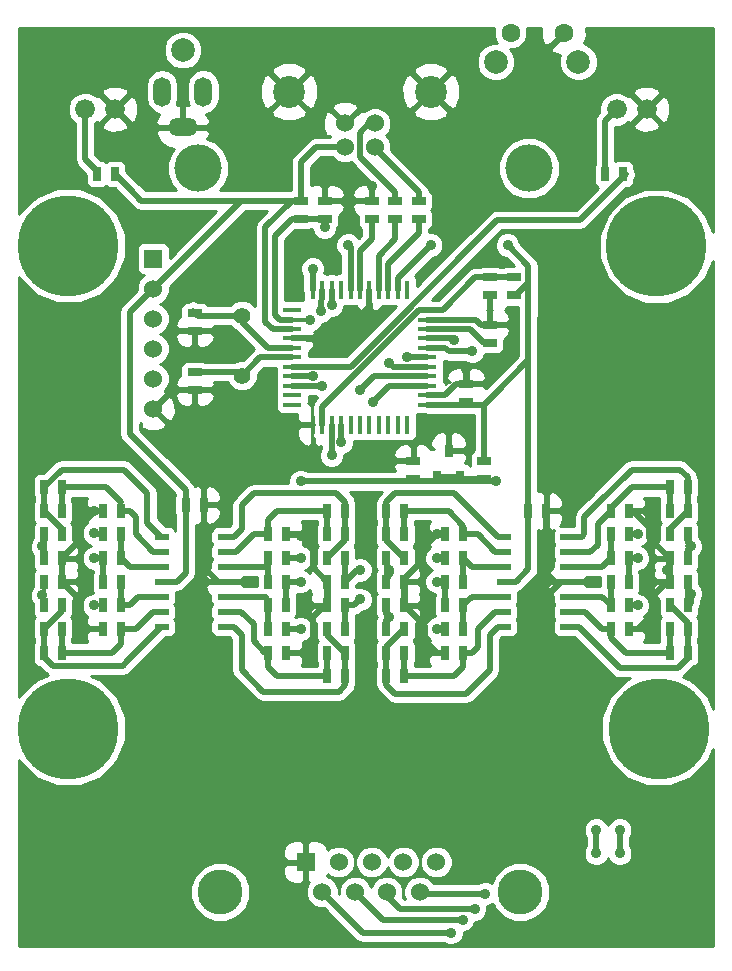
<source format=gtl>
G04 (created by PCBNEW (2013-07-07 BZR 4022)-stable) date 2016-03-24 오전 10:08:33*
%MOIN*%
G04 Gerber Fmt 3.4, Leading zero omitted, Abs format*
%FSLAX34Y34*%
G01*
G70*
G90*
G04 APERTURE LIST*
%ADD10C,0.00590551*%
%ADD11C,0.15748*%
%ADD12C,0.334646*%
%ADD13R,0.06X0.016*%
%ADD14R,0.016X0.06*%
%ADD15C,0.06*%
%ADD16C,0.1063*%
%ADD17R,0.045X0.025*%
%ADD18R,0.06X0.06*%
%ADD19C,0.066*%
%ADD20C,0.056*%
%ADD21C,0.15*%
%ADD22R,0.045X0.02*%
%ADD23R,0.025X0.045*%
%ADD24C,0.0787402*%
%ADD25C,0.0629921*%
%ADD26R,0.0315X0.0394*%
%ADD27O,0.0590551X0.0984252*%
%ADD28O,0.0984252X0.0590551*%
%ADD29C,0.035*%
%ADD30C,0.019685*%
%ADD31C,0.011811*%
%ADD32C,0.01*%
G04 APERTURE END LIST*
G54D10*
G54D11*
X56811Y-12992D03*
G54D12*
X61141Y-31673D03*
X41456Y-31673D03*
G54D13*
X53431Y-19291D03*
X53431Y-18976D03*
X53431Y-18661D03*
X53431Y-18346D03*
X53431Y-18031D03*
X53431Y-17716D03*
X53431Y-19606D03*
X53431Y-19921D03*
X53431Y-20236D03*
X53431Y-20551D03*
X53431Y-20866D03*
X48931Y-19291D03*
X48931Y-18976D03*
X48931Y-18661D03*
X48931Y-18346D03*
X48931Y-18031D03*
X48931Y-17716D03*
X48931Y-19606D03*
X48931Y-19921D03*
X48931Y-20236D03*
X48931Y-20551D03*
X48931Y-20866D03*
G54D14*
X51181Y-17041D03*
X51181Y-21541D03*
X50866Y-17041D03*
X50866Y-21541D03*
X50551Y-21541D03*
X50551Y-17041D03*
X50236Y-17041D03*
X50236Y-21541D03*
X49921Y-21541D03*
X49921Y-17041D03*
X49606Y-17041D03*
X49606Y-21541D03*
X51496Y-21541D03*
X51496Y-17041D03*
X51811Y-17041D03*
X51811Y-21541D03*
X52126Y-21541D03*
X52126Y-17041D03*
X52441Y-17041D03*
X52441Y-21541D03*
X52756Y-21541D03*
X52756Y-17041D03*
G54D15*
X50681Y-12283D03*
X51681Y-12283D03*
X51681Y-11496D03*
X50681Y-11496D03*
G54D16*
X48819Y-10433D03*
X53543Y-10433D03*
G54D17*
X56299Y-17229D03*
X56299Y-16629D03*
G54D18*
X44291Y-16003D03*
G54D15*
X44291Y-17003D03*
X44291Y-18003D03*
X44291Y-19003D03*
X44291Y-20003D03*
X44291Y-21003D03*
G54D19*
X59736Y-11023D03*
X60736Y-11023D03*
X42019Y-11023D03*
X43019Y-11023D03*
G54D20*
X47244Y-17897D03*
X47244Y-19897D03*
G54D21*
X46524Y-37114D03*
X56524Y-37114D03*
G54D18*
X49374Y-36114D03*
G54D15*
X50474Y-36114D03*
X51574Y-36114D03*
X52624Y-36114D03*
X53724Y-36114D03*
X53174Y-37114D03*
X52074Y-37114D03*
X51024Y-37114D03*
X49924Y-37114D03*
G54D22*
X55986Y-25271D03*
X55986Y-25771D03*
X55986Y-26271D03*
X55986Y-26771D03*
X55986Y-27271D03*
X55986Y-27771D03*
X55986Y-28271D03*
X58086Y-28271D03*
X58086Y-27771D03*
X58086Y-27271D03*
X58086Y-26771D03*
X58086Y-26271D03*
X58086Y-25771D03*
X58086Y-25271D03*
G54D23*
X41244Y-25196D03*
X40644Y-25196D03*
X48725Y-27559D03*
X48125Y-27559D03*
X54030Y-25196D03*
X54630Y-25196D03*
X54030Y-26771D03*
X54630Y-26771D03*
X48725Y-25196D03*
X48125Y-25196D03*
X42613Y-25196D03*
X43213Y-25196D03*
X60142Y-25984D03*
X59542Y-25984D03*
X42613Y-27559D03*
X43213Y-27559D03*
X60142Y-27559D03*
X59542Y-27559D03*
X60142Y-24409D03*
X59542Y-24409D03*
G54D17*
X53149Y-14070D03*
X53149Y-14670D03*
G54D23*
X42613Y-26771D03*
X43213Y-26771D03*
G54D17*
X52362Y-14070D03*
X52362Y-14670D03*
G54D23*
X59945Y-13188D03*
X59345Y-13188D03*
X54030Y-25984D03*
X54630Y-25984D03*
X48725Y-29133D03*
X48125Y-29133D03*
X52662Y-28346D03*
X52062Y-28346D03*
X52662Y-29921D03*
X52062Y-29921D03*
X54030Y-27559D03*
X54630Y-27559D03*
X48725Y-28346D03*
X48125Y-28346D03*
X61511Y-23622D03*
X62111Y-23622D03*
X61511Y-25196D03*
X62111Y-25196D03*
X41244Y-23622D03*
X40644Y-23622D03*
X52662Y-25984D03*
X52062Y-25984D03*
X41244Y-27559D03*
X40644Y-27559D03*
X43016Y-13188D03*
X42416Y-13188D03*
X42613Y-25984D03*
X43213Y-25984D03*
G54D17*
X55314Y-22731D03*
X55314Y-23331D03*
G54D23*
X61511Y-27559D03*
X62111Y-27559D03*
X54030Y-29133D03*
X54630Y-29133D03*
X48725Y-25984D03*
X48125Y-25984D03*
X60142Y-25196D03*
X59542Y-25196D03*
X50093Y-24409D03*
X50693Y-24409D03*
X42613Y-28346D03*
X43213Y-28346D03*
X42613Y-24409D03*
X43213Y-24409D03*
X50093Y-29921D03*
X50693Y-29921D03*
X50093Y-28346D03*
X50693Y-28346D03*
X41244Y-29133D03*
X40644Y-29133D03*
X48725Y-26771D03*
X48125Y-26771D03*
X52662Y-24409D03*
X52062Y-24409D03*
G54D17*
X49212Y-14070D03*
X49212Y-14670D03*
G54D23*
X50093Y-25984D03*
X50693Y-25984D03*
X61511Y-29133D03*
X62111Y-29133D03*
X60142Y-26771D03*
X59542Y-26771D03*
X60142Y-28346D03*
X59542Y-28346D03*
X54030Y-28346D03*
X54630Y-28346D03*
X50093Y-29133D03*
X50693Y-29133D03*
G54D17*
X45669Y-20378D03*
X45669Y-19778D03*
G54D23*
X45369Y-24212D03*
X45969Y-24212D03*
X41244Y-28346D03*
X40644Y-28346D03*
G54D17*
X50000Y-14670D03*
X50000Y-14070D03*
X55511Y-16629D03*
X55511Y-17229D03*
X54724Y-20772D03*
X54724Y-20172D03*
X55511Y-18803D03*
X55511Y-18203D03*
G54D23*
X52662Y-25196D03*
X52062Y-25196D03*
X40644Y-25984D03*
X41244Y-25984D03*
G54D17*
X51574Y-14070D03*
X51574Y-14670D03*
G54D23*
X50693Y-27559D03*
X50093Y-27559D03*
X52662Y-29133D03*
X52062Y-29133D03*
X50093Y-25196D03*
X50693Y-25196D03*
X40644Y-26771D03*
X41244Y-26771D03*
G54D17*
X45669Y-18410D03*
X45669Y-17810D03*
G54D23*
X41244Y-24409D03*
X40644Y-24409D03*
X56786Y-24409D03*
X57386Y-24409D03*
X52062Y-26771D03*
X52662Y-26771D03*
X52062Y-27559D03*
X52662Y-27559D03*
G54D17*
X52952Y-23331D03*
X52952Y-22731D03*
G54D23*
X50693Y-26771D03*
X50093Y-26771D03*
G54D24*
X58464Y-9448D03*
X55708Y-9448D03*
G54D25*
X57972Y-8464D03*
X56200Y-8464D03*
G54D26*
X54133Y-22401D03*
X54508Y-23267D03*
X53758Y-23267D03*
G54D23*
X61511Y-28346D03*
X62111Y-28346D03*
X62111Y-26771D03*
X61511Y-26771D03*
X61511Y-24409D03*
X62111Y-24409D03*
X62111Y-25984D03*
X61511Y-25984D03*
G54D22*
X44569Y-25271D03*
X44569Y-25771D03*
X44569Y-26271D03*
X44569Y-26771D03*
X44569Y-27271D03*
X44569Y-27771D03*
X44569Y-28271D03*
X46669Y-28271D03*
X46669Y-27771D03*
X46669Y-27271D03*
X46669Y-26771D03*
X46669Y-26271D03*
X46669Y-25771D03*
X46669Y-25271D03*
G54D27*
X45964Y-10433D03*
X44586Y-10433D03*
G54D28*
X45275Y-11614D03*
G54D24*
X45275Y-9055D03*
G54D12*
X41456Y-15570D03*
X61062Y-15590D03*
G54D11*
X45787Y-12992D03*
G54D29*
X59055Y-35039D03*
X59842Y-35039D03*
X59842Y-35826D03*
X59055Y-35826D03*
X50551Y-22125D03*
X40590Y-25590D03*
X50236Y-22559D03*
X40590Y-27204D03*
X51181Y-27362D03*
X51614Y-20787D03*
X51181Y-20393D03*
X51181Y-26377D03*
X52165Y-19488D03*
X52165Y-26377D03*
X52165Y-27952D03*
X52755Y-19291D03*
X62204Y-27165D03*
X54921Y-19094D03*
X62204Y-25590D03*
X54330Y-18700D03*
X49606Y-19921D03*
X49921Y-20236D03*
X42322Y-25157D03*
X42322Y-27559D03*
X49212Y-28346D03*
X49212Y-25984D03*
X53740Y-25984D03*
X54212Y-38464D03*
X53740Y-28346D03*
X54606Y-38031D03*
X55000Y-37677D03*
X60433Y-27559D03*
X60433Y-25196D03*
X55354Y-37165D03*
X49606Y-16338D03*
X49881Y-17755D03*
X60433Y-25984D03*
X55708Y-23425D03*
X49212Y-26771D03*
X53740Y-26771D03*
X42322Y-25984D03*
X49212Y-23425D03*
X50000Y-14960D03*
X49527Y-18031D03*
X50236Y-17559D03*
X54724Y-19685D03*
X60629Y-19291D03*
X60629Y-20078D03*
X59842Y-20078D03*
X59842Y-19291D03*
X43307Y-35826D03*
X43307Y-35039D03*
X44094Y-35039D03*
X44094Y-35826D03*
X42125Y-19685D03*
X41338Y-19685D03*
X41338Y-18897D03*
X42125Y-18897D03*
X42303Y-24409D03*
X53740Y-25196D03*
X49212Y-25236D03*
X45275Y-30314D03*
X46062Y-29527D03*
X45275Y-29527D03*
X46062Y-30314D03*
X49803Y-18700D03*
X56692Y-29527D03*
X56692Y-30314D03*
X57480Y-30314D03*
X57480Y-29527D03*
X61417Y-26377D03*
X51574Y-13582D03*
X53543Y-15551D03*
X50787Y-15551D03*
X56102Y-15551D03*
G54D30*
X59842Y-35039D02*
X59842Y-35826D01*
X59055Y-35826D02*
X59055Y-35039D01*
X50551Y-21541D02*
X50551Y-22125D01*
X50551Y-22125D02*
X50551Y-22125D01*
X40629Y-25629D02*
X40644Y-25196D01*
X40590Y-25590D02*
X40629Y-25629D01*
X40644Y-25196D02*
X40644Y-25984D01*
G54D31*
X40590Y-27204D02*
X40644Y-27204D01*
G54D30*
X50236Y-21541D02*
X50236Y-22558D01*
X50236Y-22558D02*
X50236Y-22559D01*
G54D31*
X50236Y-22558D02*
X50236Y-22559D01*
X50236Y-22558D02*
X50236Y-22559D01*
X50236Y-21935D02*
X50236Y-22558D01*
X50236Y-22558D02*
X50236Y-22559D01*
X40644Y-26771D02*
X40644Y-27204D01*
X40644Y-27204D02*
X40644Y-27559D01*
G54D30*
X50693Y-27559D02*
X50984Y-27559D01*
X50984Y-27559D02*
X51181Y-27362D01*
X53431Y-20236D02*
X52165Y-20236D01*
X52165Y-20236D02*
X51614Y-20787D01*
X50693Y-28346D02*
X50693Y-27559D01*
X51181Y-26377D02*
X51087Y-26377D01*
X51087Y-26377D02*
X50693Y-26771D01*
X50693Y-25984D02*
X50693Y-26771D01*
X53431Y-19921D02*
X51653Y-19921D01*
X51653Y-19921D02*
X51181Y-20393D01*
G54D31*
X52283Y-19606D02*
X52165Y-19488D01*
G54D30*
X52283Y-19606D02*
X53431Y-19606D01*
G54D31*
X52062Y-26771D02*
X52259Y-26471D01*
X52259Y-26471D02*
X52165Y-26377D01*
X52062Y-26771D02*
X52062Y-25984D01*
G54D30*
X52062Y-28346D02*
X52062Y-28055D01*
X52062Y-28055D02*
X52165Y-27952D01*
X52062Y-27559D02*
X52062Y-27849D01*
X52062Y-27849D02*
X52165Y-27952D01*
X52755Y-19291D02*
X53431Y-19291D01*
X62204Y-27165D02*
X62204Y-27465D01*
X62204Y-27465D02*
X62111Y-27559D01*
X62111Y-27559D02*
X62111Y-26771D01*
X53431Y-18976D02*
X54015Y-18976D01*
X54133Y-19094D02*
X54921Y-19094D01*
X54015Y-18976D02*
X54133Y-19094D01*
X62111Y-25984D02*
X62111Y-25684D01*
X62111Y-25684D02*
X62204Y-25590D01*
X62111Y-25196D02*
X62111Y-25496D01*
X62111Y-25496D02*
X62204Y-25590D01*
X54291Y-18661D02*
X54330Y-18700D01*
X53431Y-18661D02*
X54291Y-18661D01*
X62204Y-25590D02*
X62111Y-25590D01*
X62111Y-25590D02*
X62204Y-25590D01*
G54D31*
X62111Y-25984D02*
X62111Y-25590D01*
G54D30*
X48931Y-19921D02*
X49606Y-19921D01*
X49606Y-19921D02*
X49606Y-19921D01*
X48931Y-20236D02*
X49921Y-20236D01*
X49921Y-20236D02*
X49921Y-20236D01*
X49921Y-20236D02*
X49921Y-20236D01*
X42613Y-25196D02*
X42362Y-25196D01*
X42362Y-25196D02*
X42322Y-25157D01*
G54D31*
X42613Y-27559D02*
X42322Y-27559D01*
G54D30*
X48818Y-28346D02*
X49212Y-28346D01*
G54D31*
X48818Y-28346D02*
X48725Y-28346D01*
G54D30*
X48725Y-25984D02*
X49212Y-25984D01*
X53740Y-25984D02*
X54030Y-25984D01*
X54212Y-38464D02*
X51275Y-38464D01*
X51275Y-38464D02*
X49924Y-37114D01*
X53833Y-28346D02*
X54030Y-28346D01*
G54D31*
X53740Y-28346D02*
X53833Y-28346D01*
G54D30*
X54606Y-38031D02*
X51942Y-38031D01*
X51942Y-38031D02*
X51024Y-37114D01*
X52074Y-37114D02*
X52074Y-37232D01*
X52074Y-37232D02*
X52519Y-37677D01*
X52519Y-37677D02*
X54606Y-37677D01*
X54606Y-37677D02*
X55000Y-37677D01*
X60433Y-27559D02*
X60142Y-27559D01*
X60142Y-25196D02*
X60433Y-25196D01*
X55354Y-37165D02*
X53225Y-37165D01*
X53225Y-37165D02*
X53174Y-37114D01*
G54D31*
X55354Y-37165D02*
X55354Y-37165D01*
G54D30*
X49606Y-16338D02*
X49606Y-17041D01*
G54D31*
X49606Y-17041D02*
X49606Y-17041D01*
X49881Y-17755D02*
X49881Y-17755D01*
G54D30*
X49881Y-17755D02*
X49921Y-17041D01*
X60142Y-25984D02*
X60433Y-25984D01*
X54508Y-23267D02*
X53758Y-23267D01*
X55314Y-23331D02*
X54572Y-23331D01*
X54572Y-23331D02*
X54508Y-23267D01*
X53740Y-23425D02*
X53046Y-23425D01*
X53046Y-23425D02*
X52952Y-23331D01*
X48725Y-26771D02*
X49212Y-26771D01*
X54030Y-26771D02*
X53740Y-26771D01*
X48725Y-27559D02*
X48725Y-26771D01*
X60142Y-26771D02*
X60142Y-25984D01*
X54030Y-27559D02*
X54030Y-26771D01*
X42613Y-26771D02*
X42613Y-25984D01*
X42613Y-25984D02*
X42519Y-25984D01*
X42519Y-25984D02*
X42322Y-25984D01*
G54D31*
X54055Y-27583D02*
X54030Y-27559D01*
X54055Y-26796D02*
X54030Y-26771D01*
X54055Y-26796D02*
X54030Y-26771D01*
X48740Y-27574D02*
X48725Y-27559D01*
X48740Y-27574D02*
X48725Y-27559D01*
X54055Y-27583D02*
X54030Y-27559D01*
X42322Y-25984D02*
X42307Y-25999D01*
G54D30*
X49212Y-23425D02*
X53740Y-23425D01*
X53740Y-23425D02*
X54133Y-23425D01*
X54133Y-23425D02*
X55708Y-23425D01*
X55708Y-23425D02*
X55708Y-23425D01*
X50000Y-14960D02*
X50000Y-14670D01*
X49212Y-14670D02*
X50000Y-14670D01*
X48346Y-17519D02*
X48346Y-15236D01*
X48912Y-14670D02*
X49212Y-14670D01*
X48346Y-15236D02*
X48912Y-14670D01*
X48931Y-18031D02*
X48503Y-18031D01*
X48503Y-18031D02*
X48346Y-17874D01*
X48346Y-17874D02*
X48346Y-17519D01*
G54D31*
X48931Y-18031D02*
X49527Y-18031D01*
X49527Y-18031D02*
X49527Y-18031D01*
G54D30*
X50236Y-17558D02*
X50236Y-17041D01*
G54D31*
X50236Y-17558D02*
X50236Y-17559D01*
G54D30*
X55511Y-18203D02*
X55511Y-17229D01*
X53431Y-18031D02*
X55039Y-18031D01*
X55211Y-18203D02*
X55511Y-18203D01*
X55039Y-18031D02*
X55211Y-18203D01*
X54724Y-20172D02*
X54724Y-19685D01*
X53431Y-20551D02*
X54015Y-20551D01*
X54394Y-20172D02*
X54724Y-20172D01*
X54015Y-20551D02*
X54394Y-20172D01*
X60629Y-20078D02*
X60629Y-19291D01*
X59842Y-19291D02*
X59842Y-20078D01*
X43307Y-35039D02*
X43307Y-35826D01*
X44094Y-35826D02*
X44094Y-35039D01*
X41338Y-19685D02*
X42125Y-19685D01*
X42125Y-18897D02*
X41338Y-18897D01*
X42613Y-24409D02*
X42303Y-24409D01*
X42362Y-24409D02*
X41771Y-25000D01*
X41771Y-25000D02*
X41771Y-25457D01*
X41771Y-25457D02*
X41244Y-25984D01*
X42303Y-24409D02*
X42362Y-24409D01*
X41244Y-25984D02*
X41244Y-26338D01*
X52662Y-26771D02*
X52662Y-26668D01*
X52662Y-26668D02*
X53149Y-26181D01*
X53740Y-25196D02*
X53149Y-25787D01*
X53149Y-25787D02*
X53149Y-26181D01*
X54030Y-25196D02*
X53740Y-25196D01*
X48725Y-25196D02*
X48744Y-25216D01*
X49232Y-25216D02*
X48744Y-25216D01*
X49232Y-25216D02*
X49212Y-25236D01*
X50093Y-27559D02*
X50000Y-27559D01*
X49606Y-27952D02*
X49606Y-28740D01*
X50000Y-27559D02*
X49606Y-27952D01*
X49212Y-25196D02*
X49606Y-25590D01*
X49606Y-26284D02*
X50093Y-26771D01*
X49606Y-25590D02*
X49606Y-26284D01*
X48725Y-29133D02*
X49212Y-29133D01*
X49212Y-29133D02*
X49606Y-28740D01*
X48725Y-25196D02*
X49212Y-25196D01*
X49606Y-21541D02*
X48942Y-21541D01*
G54D31*
X48942Y-21541D02*
X48937Y-21535D01*
G54D30*
X60142Y-24409D02*
X60275Y-24409D01*
X60826Y-25300D02*
X61511Y-25984D01*
X60826Y-24960D02*
X60826Y-25300D01*
X60275Y-24409D02*
X60826Y-24960D01*
X45275Y-29527D02*
X45275Y-27559D01*
X45275Y-27559D02*
X46062Y-26771D01*
X45275Y-30314D02*
X45275Y-29527D01*
X46062Y-30314D02*
X46062Y-29527D01*
X46669Y-26771D02*
X46062Y-26771D01*
X54030Y-29133D02*
X53740Y-29133D01*
X53346Y-28243D02*
X52662Y-27559D01*
X53346Y-28740D02*
X53346Y-28243D01*
X53740Y-29133D02*
X53346Y-28740D01*
X45969Y-24212D02*
X45969Y-26284D01*
X46456Y-26771D02*
X46669Y-26771D01*
X45969Y-26284D02*
X46456Y-26771D01*
X57386Y-24409D02*
X57386Y-26471D01*
X57686Y-26771D02*
X58086Y-26771D01*
X57386Y-26471D02*
X57686Y-26771D01*
X50093Y-27559D02*
X50093Y-26771D01*
X52662Y-27559D02*
X52662Y-26771D01*
X61511Y-26771D02*
X61417Y-26771D01*
X60433Y-28346D02*
X60142Y-28346D01*
X61023Y-27755D02*
X60433Y-28346D01*
X61023Y-27165D02*
X61023Y-27755D01*
X61417Y-26771D02*
X61023Y-27165D01*
X49803Y-18700D02*
X50393Y-18700D01*
X49763Y-18661D02*
X49803Y-18700D01*
X48931Y-18661D02*
X49763Y-18661D01*
X51496Y-17598D02*
X51496Y-17041D01*
X50393Y-18700D02*
X51496Y-17598D01*
X51496Y-17322D02*
X51496Y-17041D01*
G54D31*
X58086Y-26771D02*
X57874Y-26771D01*
G54D30*
X57480Y-30314D02*
X56692Y-30314D01*
X57480Y-27165D02*
X57480Y-29527D01*
X57874Y-26771D02*
X57480Y-27165D01*
G54D31*
X51496Y-17041D02*
X51496Y-17322D01*
X61511Y-25984D02*
X61511Y-26284D01*
X61511Y-26471D02*
X61417Y-26377D01*
X61511Y-26471D02*
X61511Y-26771D01*
X61511Y-26284D02*
X61417Y-26377D01*
G54D30*
X42613Y-28346D02*
X42125Y-28346D01*
X41732Y-27259D02*
X41244Y-26771D01*
X41732Y-27952D02*
X41732Y-27259D01*
X42125Y-28346D02*
X41732Y-27952D01*
X51574Y-14070D02*
X51574Y-13582D01*
X41244Y-26338D02*
X41244Y-26771D01*
X54527Y-30511D02*
X54724Y-30511D01*
X54724Y-30511D02*
X55511Y-29724D01*
X55986Y-28271D02*
X55783Y-28271D01*
X55783Y-28271D02*
X55511Y-28543D01*
X55511Y-28543D02*
X55511Y-29724D01*
X54527Y-30511D02*
X53976Y-30511D01*
X53976Y-30511D02*
X53740Y-30511D01*
G54D31*
X52062Y-29133D02*
X52062Y-28946D01*
G54D30*
X52062Y-28946D02*
X52662Y-28346D01*
X52062Y-29921D02*
X52062Y-30211D01*
X52062Y-30211D02*
X52362Y-30511D01*
X52362Y-30511D02*
X53740Y-30511D01*
X53740Y-30511D02*
X53976Y-30511D01*
X52062Y-29133D02*
X52062Y-29921D01*
X54630Y-25196D02*
X54630Y-24906D01*
G54D31*
X52755Y-24409D02*
X52662Y-24409D01*
G54D30*
X54133Y-24409D02*
X52755Y-24409D01*
X54630Y-24906D02*
X54133Y-24409D01*
X55986Y-25771D02*
X55692Y-25771D01*
X55118Y-25196D02*
X54630Y-25196D01*
X55692Y-25771D02*
X55118Y-25196D01*
X52662Y-25196D02*
X52662Y-24409D01*
X43213Y-27559D02*
X43213Y-26771D01*
X44094Y-27271D02*
X43791Y-27271D01*
X43503Y-27559D02*
X43213Y-27559D01*
X43791Y-27271D02*
X43503Y-27559D01*
X44569Y-27271D02*
X44094Y-27271D01*
X50196Y-30433D02*
X50472Y-30433D01*
X50693Y-30211D02*
X50693Y-29921D01*
X50472Y-30433D02*
X50693Y-30211D01*
X49015Y-30433D02*
X47952Y-30433D01*
X47244Y-29724D02*
X47244Y-28976D01*
X47952Y-30433D02*
X47244Y-29724D01*
X50196Y-30433D02*
X49015Y-30433D01*
X46669Y-28271D02*
X46972Y-28271D01*
X47244Y-28543D02*
X47244Y-28976D01*
X46972Y-28271D02*
X47244Y-28543D01*
X50093Y-28346D02*
X50093Y-28533D01*
X50093Y-28533D02*
X50693Y-29133D01*
X50693Y-29921D02*
X50693Y-29133D01*
X58086Y-27271D02*
X59255Y-27271D01*
X59255Y-27271D02*
X59542Y-27559D01*
X59542Y-26771D02*
X59542Y-27559D01*
X49015Y-29921D02*
X48425Y-29921D01*
X48125Y-29621D02*
X48125Y-29133D01*
X48425Y-29921D02*
X48125Y-29621D01*
X50093Y-29921D02*
X49015Y-29921D01*
X50093Y-29921D02*
X50093Y-29133D01*
X46669Y-27771D02*
X47228Y-27771D01*
X48031Y-29133D02*
X48125Y-29133D01*
X47637Y-28740D02*
X48031Y-29133D01*
X47637Y-28181D02*
X47637Y-28740D01*
X47228Y-27771D02*
X47637Y-28181D01*
X61511Y-29133D02*
X61511Y-28346D01*
X59542Y-28346D02*
X59251Y-28346D01*
X58677Y-27771D02*
X58086Y-27771D01*
X59251Y-28346D02*
X58677Y-27771D01*
X61511Y-29133D02*
X60039Y-29133D01*
X59542Y-28637D02*
X59542Y-28346D01*
X60039Y-29133D02*
X59542Y-28637D01*
G54D31*
X40644Y-29133D02*
X40644Y-29266D01*
G54D30*
X43267Y-29566D02*
X43425Y-29409D01*
X40944Y-29566D02*
X43267Y-29566D01*
X40644Y-29266D02*
X40944Y-29566D01*
X44569Y-28271D02*
X44562Y-28271D01*
X44562Y-28271D02*
X43425Y-29409D01*
X40644Y-28346D02*
X40644Y-29133D01*
G54D31*
X41244Y-27559D02*
X41244Y-27746D01*
G54D30*
X41244Y-27746D02*
X40644Y-28346D01*
X62111Y-29133D02*
X62111Y-29306D01*
X58468Y-28271D02*
X58086Y-28271D01*
X59842Y-29645D02*
X58468Y-28271D01*
X61771Y-29645D02*
X59842Y-29645D01*
X62111Y-29306D02*
X61771Y-29645D01*
G54D31*
X62111Y-28346D02*
X62111Y-28159D01*
G54D30*
X62111Y-28159D02*
X61511Y-27559D01*
X62111Y-29133D02*
X62111Y-28346D01*
X46669Y-27271D02*
X48034Y-27271D01*
X48034Y-27271D02*
X48125Y-27559D01*
X48125Y-27559D02*
X48125Y-28346D01*
X43213Y-28346D02*
X43213Y-28833D01*
X42913Y-29133D02*
X41244Y-29133D01*
X43213Y-28833D02*
X42913Y-29133D01*
X44569Y-27771D02*
X44275Y-27771D01*
X43700Y-28346D02*
X43213Y-28346D01*
X44275Y-27771D02*
X43700Y-28346D01*
X41244Y-29133D02*
X41244Y-28346D01*
X45669Y-19778D02*
X47125Y-19778D01*
G54D31*
X47125Y-19778D02*
X47244Y-19897D01*
G54D30*
X48931Y-19291D02*
X47850Y-19291D01*
X47850Y-19291D02*
X47244Y-19897D01*
X55986Y-27271D02*
X54918Y-27271D01*
X54918Y-27271D02*
X54630Y-27559D01*
X54630Y-27559D02*
X54630Y-28346D01*
X44569Y-25271D02*
X44562Y-25271D01*
X41235Y-23031D02*
X40644Y-23622D01*
X43307Y-23031D02*
X41235Y-23031D01*
X44094Y-23818D02*
X43307Y-23031D01*
X44094Y-24803D02*
X44094Y-23818D01*
X44562Y-25271D02*
X44094Y-24803D01*
X40644Y-23622D02*
X40644Y-24409D01*
X40644Y-24409D02*
X41244Y-25009D01*
G54D31*
X41244Y-25009D02*
X41244Y-25196D01*
G54D30*
X44291Y-26271D02*
X43500Y-26271D01*
X43500Y-26271D02*
X43213Y-25984D01*
X43213Y-25984D02*
X43213Y-25196D01*
X44569Y-26271D02*
X44291Y-26271D01*
X44569Y-25771D02*
X44275Y-25771D01*
X43503Y-24409D02*
X43213Y-24409D01*
X43700Y-24606D02*
X43503Y-24409D01*
X43700Y-25196D02*
X43700Y-24606D01*
X44275Y-25771D02*
X43700Y-25196D01*
X41244Y-23622D02*
X41244Y-24409D01*
G54D31*
X43213Y-24409D02*
X43213Y-24118D01*
G54D30*
X43213Y-24118D02*
X42716Y-23622D01*
X42716Y-23622D02*
X41244Y-23622D01*
X42416Y-13188D02*
X42416Y-13085D01*
X42019Y-12688D02*
X42019Y-11023D01*
X42416Y-13085D02*
X42019Y-12688D01*
X52362Y-14670D02*
X52362Y-15157D01*
X51811Y-16141D02*
X51811Y-15905D01*
X52362Y-15354D02*
X52362Y-15157D01*
X51811Y-15905D02*
X52362Y-15354D01*
X51811Y-17041D02*
X51811Y-16141D01*
X45786Y-17897D02*
X45629Y-17740D01*
X47244Y-17897D02*
X45786Y-17897D01*
X48931Y-18976D02*
X48110Y-18976D01*
G54D31*
X47244Y-18110D02*
X47244Y-17897D01*
G54D30*
X48110Y-18976D02*
X47244Y-18110D01*
X53149Y-14670D02*
X53149Y-15157D01*
X53149Y-15157D02*
X52755Y-15551D01*
X52126Y-16338D02*
X52126Y-16180D01*
X52126Y-16180D02*
X52755Y-15551D01*
X52755Y-15551D02*
X53149Y-15157D01*
X52126Y-17041D02*
X52126Y-16338D01*
X51574Y-14670D02*
X51574Y-15157D01*
X51181Y-16535D02*
X51181Y-15748D01*
X51574Y-15354D02*
X51574Y-15157D01*
X51181Y-15748D02*
X51574Y-15354D01*
X51181Y-17041D02*
X51181Y-16535D01*
X59542Y-25984D02*
X59542Y-25196D01*
X58086Y-26271D02*
X59255Y-26271D01*
X59255Y-26271D02*
X59542Y-25984D01*
X59101Y-24850D02*
X59101Y-25543D01*
X58267Y-25787D02*
X58086Y-25771D01*
X58858Y-25787D02*
X58267Y-25787D01*
X59101Y-25543D02*
X58858Y-25787D01*
X59101Y-24850D02*
X59542Y-24409D01*
G54D31*
X59542Y-24409D02*
X59542Y-24315D01*
G54D30*
X59542Y-24315D02*
X60236Y-23622D01*
X60236Y-23622D02*
X61511Y-23622D01*
X61511Y-24409D02*
X61511Y-23622D01*
X58086Y-25271D02*
X58586Y-25271D01*
X58661Y-24606D02*
X59055Y-24212D01*
X58661Y-25196D02*
X58661Y-24606D01*
X58586Y-25271D02*
X58661Y-25196D01*
X62111Y-23622D02*
X62111Y-23292D01*
X60236Y-23031D02*
X59055Y-24212D01*
X61102Y-23031D02*
X60236Y-23031D01*
X62111Y-23292D02*
X61850Y-23031D01*
X61850Y-23031D02*
X61102Y-23031D01*
X62111Y-24409D02*
X62111Y-23622D01*
G54D31*
X61511Y-25196D02*
X61511Y-25009D01*
G54D30*
X61511Y-25009D02*
X62111Y-24409D01*
X53937Y-29921D02*
X54330Y-29921D01*
X54630Y-29621D02*
X54630Y-29133D01*
X54330Y-29921D02*
X54630Y-29621D01*
X55118Y-28543D02*
X55118Y-28937D01*
X55692Y-27771D02*
X55118Y-28346D01*
X55118Y-28346D02*
X55118Y-28543D01*
X55986Y-27771D02*
X55692Y-27771D01*
X55118Y-28937D02*
X54921Y-29133D01*
X54921Y-29133D02*
X54630Y-29133D01*
X52662Y-29921D02*
X53937Y-29921D01*
X52662Y-29921D02*
X52662Y-29133D01*
X48125Y-26771D02*
X48125Y-25984D01*
X48034Y-26271D02*
X48125Y-25984D01*
X46669Y-26271D02*
X48034Y-26271D01*
X50093Y-24409D02*
X48425Y-24409D01*
X48125Y-24709D02*
X48125Y-25196D01*
X48425Y-24409D02*
X48125Y-24709D01*
X48125Y-25196D02*
X47637Y-25196D01*
X47244Y-25590D02*
X47062Y-25771D01*
X46669Y-25771D02*
X47062Y-25771D01*
X47637Y-25196D02*
X47244Y-25590D01*
X50093Y-24409D02*
X50093Y-25196D01*
X50693Y-24409D02*
X50693Y-24118D01*
X50393Y-23818D02*
X50196Y-23818D01*
X50693Y-24118D02*
X50393Y-23818D01*
X48622Y-23818D02*
X47637Y-23818D01*
X47244Y-24212D02*
X47244Y-25000D01*
X47637Y-23818D02*
X47244Y-24212D01*
X49409Y-23818D02*
X48622Y-23818D01*
X47244Y-25000D02*
X46972Y-25271D01*
G54D31*
X50693Y-25196D02*
X50693Y-25384D01*
G54D30*
X50693Y-25384D02*
X50093Y-25984D01*
X50693Y-24409D02*
X50693Y-25196D01*
X46972Y-25271D02*
X46669Y-25271D01*
X50196Y-23818D02*
X49409Y-23818D01*
X53431Y-18346D02*
X54842Y-18346D01*
X55300Y-18803D02*
X55511Y-18803D01*
X54842Y-18346D02*
X55300Y-18803D01*
X55511Y-16629D02*
X56299Y-16629D01*
X53431Y-17716D02*
X53937Y-17716D01*
X55024Y-16629D02*
X56299Y-16629D01*
X53937Y-17716D02*
X55024Y-16629D01*
X49921Y-21541D02*
X49921Y-20945D01*
X49921Y-20945D02*
X50275Y-20590D01*
X52598Y-18267D02*
X50275Y-20590D01*
X53431Y-17716D02*
X53149Y-17716D01*
X53149Y-17716D02*
X52598Y-18267D01*
X49921Y-21062D02*
X49921Y-21541D01*
X49921Y-21541D02*
X49921Y-21062D01*
X57677Y-14709D02*
X58518Y-14709D01*
X60039Y-13188D02*
X59945Y-13188D01*
X58518Y-14709D02*
X60039Y-13188D01*
X56496Y-14709D02*
X55762Y-14709D01*
X55762Y-14709D02*
X55511Y-14960D01*
X57677Y-14709D02*
X56496Y-14709D01*
X56496Y-14709D02*
X56156Y-14709D01*
X55511Y-14960D02*
X55118Y-15354D01*
X52204Y-18267D02*
X55118Y-15354D01*
X48931Y-19606D02*
X49370Y-19606D01*
X50866Y-19606D02*
X52204Y-18267D01*
X49370Y-19606D02*
X50866Y-19606D01*
X55986Y-26271D02*
X54918Y-26271D01*
X54918Y-26271D02*
X54630Y-25984D01*
X54630Y-26771D02*
X54630Y-25984D01*
X59345Y-13188D02*
X59345Y-11414D01*
X59345Y-11414D02*
X59736Y-11023D01*
G54D31*
X51681Y-12283D02*
X51681Y-12311D01*
G54D30*
X53149Y-13779D02*
X53149Y-14070D01*
X51681Y-12311D02*
X53149Y-13779D01*
X51181Y-12401D02*
X51181Y-12598D01*
X52362Y-13779D02*
X52362Y-14070D01*
X51181Y-12598D02*
X52362Y-13779D01*
G54D31*
X51681Y-11496D02*
X51496Y-11496D01*
G54D30*
X51181Y-11811D02*
X51181Y-12401D01*
X51496Y-11496D02*
X51181Y-11811D01*
X52062Y-24409D02*
X52062Y-24118D01*
G54D31*
X55783Y-25271D02*
X55986Y-25271D01*
G54D30*
X54330Y-23818D02*
X55783Y-25271D01*
X52362Y-23818D02*
X54330Y-23818D01*
X52062Y-24118D02*
X52362Y-23818D01*
G54D31*
X52062Y-25196D02*
X52062Y-25384D01*
G54D30*
X52062Y-25384D02*
X52662Y-25984D01*
X52062Y-24409D02*
X52062Y-25196D01*
X56299Y-17229D02*
X56392Y-17229D01*
X56392Y-17229D02*
X56796Y-16825D01*
X56392Y-17229D02*
X56692Y-16929D01*
X55610Y-20570D02*
X56786Y-19394D01*
X56786Y-19685D02*
X56786Y-19394D01*
X56786Y-24015D02*
X56786Y-24409D01*
X56786Y-24015D02*
X56786Y-19685D01*
X56786Y-19394D02*
X56786Y-17922D01*
X56786Y-17922D02*
X56796Y-17913D01*
X56796Y-17125D02*
X56796Y-17913D01*
X56796Y-17125D02*
X56796Y-16825D01*
X56796Y-16825D02*
X56796Y-16244D01*
X56796Y-16244D02*
X56102Y-15551D01*
X54724Y-20866D02*
X55314Y-20866D01*
X55314Y-20866D02*
X55610Y-20570D01*
X55610Y-20570D02*
X55708Y-20472D01*
X55314Y-22731D02*
X55314Y-20866D01*
X55314Y-20866D02*
X55708Y-20472D01*
X54133Y-20866D02*
X54724Y-20866D01*
X54724Y-20866D02*
X54999Y-20866D01*
X54488Y-20866D02*
X54999Y-20866D01*
X56102Y-15551D02*
X56102Y-15551D01*
X53431Y-20866D02*
X54133Y-20866D01*
X54133Y-20866D02*
X54488Y-20866D01*
X52441Y-16653D02*
X53543Y-15551D01*
X52441Y-17041D02*
X52441Y-16653D01*
X49724Y-12283D02*
X50681Y-12283D01*
X49212Y-12795D02*
X49724Y-12283D01*
X49212Y-14070D02*
X49212Y-12795D01*
X50866Y-15629D02*
X50787Y-15551D01*
X50866Y-17041D02*
X50866Y-15629D01*
X47637Y-14070D02*
X43897Y-14070D01*
X43897Y-14070D02*
X43503Y-13676D01*
X48031Y-15944D02*
X48031Y-14960D01*
X48031Y-14960D02*
X48922Y-14070D01*
X49173Y-14070D02*
X47637Y-14070D01*
X47637Y-14070D02*
X47225Y-14070D01*
X47225Y-14070D02*
X44291Y-17003D01*
X43503Y-13676D02*
X43016Y-13188D01*
X45369Y-24212D02*
X45369Y-23715D01*
X43503Y-21850D02*
X43503Y-17791D01*
X43503Y-17791D02*
X44291Y-17003D01*
X45369Y-23715D02*
X43503Y-21850D01*
X45369Y-24212D02*
X45369Y-26481D01*
X45078Y-26771D02*
X44569Y-26771D01*
X45369Y-26481D02*
X45078Y-26771D01*
X49173Y-14070D02*
X48922Y-14070D01*
X49212Y-14070D02*
X49173Y-14070D01*
X48267Y-18346D02*
X48931Y-18346D01*
X48031Y-18110D02*
X48267Y-18346D01*
X48031Y-16456D02*
X48031Y-18110D01*
X48031Y-16456D02*
X48031Y-16141D01*
X48031Y-16141D02*
X48031Y-15944D01*
X56786Y-24409D02*
X56786Y-26362D01*
X55986Y-26771D02*
X56377Y-26771D01*
X56786Y-26362D02*
X56377Y-26771D01*
G54D10*
G36*
X42671Y-28396D02*
X42663Y-28396D01*
X42663Y-28404D01*
X42563Y-28404D01*
X42563Y-28396D01*
X42155Y-28396D01*
X42044Y-28507D01*
X42044Y-28483D01*
X42044Y-28660D01*
X42098Y-28788D01*
X41590Y-28788D01*
X41590Y-28684D01*
X41616Y-28620D01*
X41616Y-28522D01*
X41616Y-28072D01*
X41579Y-27981D01*
X41550Y-27952D01*
X41579Y-27924D01*
X41616Y-27833D01*
X41616Y-27735D01*
X41616Y-27374D01*
X41620Y-27373D01*
X41745Y-27248D01*
X41813Y-27085D01*
X41813Y-26908D01*
X41813Y-26634D01*
X41813Y-26458D01*
X41780Y-26377D01*
X41813Y-26297D01*
X41813Y-26121D01*
X41813Y-26145D01*
X41702Y-26034D01*
X41294Y-26034D01*
X41294Y-26213D01*
X41294Y-26542D01*
X41294Y-26721D01*
X41702Y-26721D01*
X41813Y-26610D01*
X41813Y-26634D01*
X41813Y-26908D01*
X41813Y-26932D01*
X41702Y-26821D01*
X41294Y-26821D01*
X41294Y-26829D01*
X41194Y-26829D01*
X41194Y-26821D01*
X41187Y-26821D01*
X41187Y-26721D01*
X41194Y-26721D01*
X41194Y-26542D01*
X41194Y-26213D01*
X41194Y-26034D01*
X41187Y-26034D01*
X41187Y-25934D01*
X41194Y-25934D01*
X41194Y-25926D01*
X41294Y-25926D01*
X41294Y-25934D01*
X41702Y-25934D01*
X41813Y-25823D01*
X41813Y-25847D01*
X41813Y-25670D01*
X41745Y-25507D01*
X41620Y-25382D01*
X41616Y-25381D01*
X41616Y-25372D01*
X41616Y-24922D01*
X41579Y-24832D01*
X41550Y-24803D01*
X41579Y-24774D01*
X41616Y-24683D01*
X41616Y-24585D01*
X41616Y-24135D01*
X41590Y-24071D01*
X41590Y-23967D01*
X42098Y-23967D01*
X42044Y-24095D01*
X42044Y-24272D01*
X42044Y-24248D01*
X42155Y-24359D01*
X42563Y-24359D01*
X42563Y-24351D01*
X42663Y-24351D01*
X42663Y-24359D01*
X42671Y-24359D01*
X42671Y-24459D01*
X42663Y-24459D01*
X42663Y-24467D01*
X42563Y-24467D01*
X42563Y-24459D01*
X42155Y-24459D01*
X42044Y-24570D01*
X42044Y-24546D01*
X42044Y-24723D01*
X42078Y-24805D01*
X41965Y-24918D01*
X41901Y-25073D01*
X41900Y-25241D01*
X41964Y-25396D01*
X42083Y-25514D01*
X42218Y-25570D01*
X42084Y-25626D01*
X41965Y-25744D01*
X41901Y-25899D01*
X41900Y-26067D01*
X41964Y-26222D01*
X42083Y-26341D01*
X42238Y-26406D01*
X42268Y-26406D01*
X42268Y-26433D01*
X42241Y-26497D01*
X42241Y-26595D01*
X42241Y-27045D01*
X42278Y-27136D01*
X42279Y-27137D01*
X42239Y-27137D01*
X42084Y-27201D01*
X41965Y-27319D01*
X41901Y-27474D01*
X41900Y-27642D01*
X41964Y-27797D01*
X42083Y-27916D01*
X42091Y-27919D01*
X42044Y-28032D01*
X42044Y-28209D01*
X42044Y-28185D01*
X42155Y-28296D01*
X42563Y-28296D01*
X42563Y-28288D01*
X42663Y-28288D01*
X42663Y-28296D01*
X42671Y-28296D01*
X42671Y-28396D01*
X42671Y-28396D01*
G37*
G54D32*
X42671Y-28396D02*
X42663Y-28396D01*
X42663Y-28404D01*
X42563Y-28404D01*
X42563Y-28396D01*
X42155Y-28396D01*
X42044Y-28507D01*
X42044Y-28483D01*
X42044Y-28660D01*
X42098Y-28788D01*
X41590Y-28788D01*
X41590Y-28684D01*
X41616Y-28620D01*
X41616Y-28522D01*
X41616Y-28072D01*
X41579Y-27981D01*
X41550Y-27952D01*
X41579Y-27924D01*
X41616Y-27833D01*
X41616Y-27735D01*
X41616Y-27374D01*
X41620Y-27373D01*
X41745Y-27248D01*
X41813Y-27085D01*
X41813Y-26908D01*
X41813Y-26634D01*
X41813Y-26458D01*
X41780Y-26377D01*
X41813Y-26297D01*
X41813Y-26121D01*
X41813Y-26145D01*
X41702Y-26034D01*
X41294Y-26034D01*
X41294Y-26213D01*
X41294Y-26542D01*
X41294Y-26721D01*
X41702Y-26721D01*
X41813Y-26610D01*
X41813Y-26634D01*
X41813Y-26908D01*
X41813Y-26932D01*
X41702Y-26821D01*
X41294Y-26821D01*
X41294Y-26829D01*
X41194Y-26829D01*
X41194Y-26821D01*
X41187Y-26821D01*
X41187Y-26721D01*
X41194Y-26721D01*
X41194Y-26542D01*
X41194Y-26213D01*
X41194Y-26034D01*
X41187Y-26034D01*
X41187Y-25934D01*
X41194Y-25934D01*
X41194Y-25926D01*
X41294Y-25926D01*
X41294Y-25934D01*
X41702Y-25934D01*
X41813Y-25823D01*
X41813Y-25847D01*
X41813Y-25670D01*
X41745Y-25507D01*
X41620Y-25382D01*
X41616Y-25381D01*
X41616Y-25372D01*
X41616Y-24922D01*
X41579Y-24832D01*
X41550Y-24803D01*
X41579Y-24774D01*
X41616Y-24683D01*
X41616Y-24585D01*
X41616Y-24135D01*
X41590Y-24071D01*
X41590Y-23967D01*
X42098Y-23967D01*
X42044Y-24095D01*
X42044Y-24272D01*
X42044Y-24248D01*
X42155Y-24359D01*
X42563Y-24359D01*
X42563Y-24351D01*
X42663Y-24351D01*
X42663Y-24359D01*
X42671Y-24359D01*
X42671Y-24459D01*
X42663Y-24459D01*
X42663Y-24467D01*
X42563Y-24467D01*
X42563Y-24459D01*
X42155Y-24459D01*
X42044Y-24570D01*
X42044Y-24546D01*
X42044Y-24723D01*
X42078Y-24805D01*
X41965Y-24918D01*
X41901Y-25073D01*
X41900Y-25241D01*
X41964Y-25396D01*
X42083Y-25514D01*
X42218Y-25570D01*
X42084Y-25626D01*
X41965Y-25744D01*
X41901Y-25899D01*
X41900Y-26067D01*
X41964Y-26222D01*
X42083Y-26341D01*
X42238Y-26406D01*
X42268Y-26406D01*
X42268Y-26433D01*
X42241Y-26497D01*
X42241Y-26595D01*
X42241Y-27045D01*
X42278Y-27136D01*
X42279Y-27137D01*
X42239Y-27137D01*
X42084Y-27201D01*
X41965Y-27319D01*
X41901Y-27474D01*
X41900Y-27642D01*
X41964Y-27797D01*
X42083Y-27916D01*
X42091Y-27919D01*
X42044Y-28032D01*
X42044Y-28209D01*
X42044Y-28185D01*
X42155Y-28296D01*
X42563Y-28296D01*
X42563Y-28288D01*
X42663Y-28288D01*
X42663Y-28296D01*
X42671Y-28296D01*
X42671Y-28396D01*
G54D10*
G36*
X49788Y-25590D02*
X49759Y-25619D01*
X49721Y-25709D01*
X49721Y-25808D01*
X49721Y-26168D01*
X49717Y-26170D01*
X49592Y-26294D01*
X49525Y-26458D01*
X49525Y-26487D01*
X49451Y-26414D01*
X49364Y-26377D01*
X49451Y-26342D01*
X49570Y-26223D01*
X49634Y-26068D01*
X49634Y-25900D01*
X49570Y-25745D01*
X49451Y-25626D01*
X49296Y-25562D01*
X49272Y-25562D01*
X49293Y-25510D01*
X49293Y-25333D01*
X49293Y-25357D01*
X49182Y-25246D01*
X48775Y-25246D01*
X48775Y-25254D01*
X48675Y-25254D01*
X48675Y-25246D01*
X48667Y-25246D01*
X48667Y-25146D01*
X48675Y-25146D01*
X48675Y-25138D01*
X48775Y-25138D01*
X48775Y-25146D01*
X49182Y-25146D01*
X49293Y-25035D01*
X49293Y-25059D01*
X49293Y-24883D01*
X49240Y-24754D01*
X49748Y-24754D01*
X49748Y-24858D01*
X49721Y-24922D01*
X49721Y-25020D01*
X49721Y-25470D01*
X49759Y-25561D01*
X49788Y-25590D01*
X49788Y-25590D01*
G37*
G54D32*
X49788Y-25590D02*
X49759Y-25619D01*
X49721Y-25709D01*
X49721Y-25808D01*
X49721Y-26168D01*
X49717Y-26170D01*
X49592Y-26294D01*
X49525Y-26458D01*
X49525Y-26487D01*
X49451Y-26414D01*
X49364Y-26377D01*
X49451Y-26342D01*
X49570Y-26223D01*
X49634Y-26068D01*
X49634Y-25900D01*
X49570Y-25745D01*
X49451Y-25626D01*
X49296Y-25562D01*
X49272Y-25562D01*
X49293Y-25510D01*
X49293Y-25333D01*
X49293Y-25357D01*
X49182Y-25246D01*
X48775Y-25246D01*
X48775Y-25254D01*
X48675Y-25254D01*
X48675Y-25246D01*
X48667Y-25246D01*
X48667Y-25146D01*
X48675Y-25146D01*
X48675Y-25138D01*
X48775Y-25138D01*
X48775Y-25146D01*
X49182Y-25146D01*
X49293Y-25035D01*
X49293Y-25059D01*
X49293Y-24883D01*
X49240Y-24754D01*
X49748Y-24754D01*
X49748Y-24858D01*
X49721Y-24922D01*
X49721Y-25020D01*
X49721Y-25470D01*
X49759Y-25561D01*
X49788Y-25590D01*
G54D10*
G36*
X50151Y-27609D02*
X50143Y-27609D01*
X50143Y-27616D01*
X50043Y-27616D01*
X50043Y-27609D01*
X49635Y-27609D01*
X49525Y-27719D01*
X49524Y-27696D01*
X49525Y-27872D01*
X49592Y-28035D01*
X49717Y-28160D01*
X49721Y-28162D01*
X49721Y-28170D01*
X49721Y-28620D01*
X49759Y-28711D01*
X49788Y-28740D01*
X49759Y-28768D01*
X49721Y-28859D01*
X49721Y-28957D01*
X49721Y-29407D01*
X49748Y-29472D01*
X49748Y-29575D01*
X49240Y-29575D01*
X49293Y-29447D01*
X49293Y-29270D01*
X49293Y-29294D01*
X49182Y-29183D01*
X48775Y-29183D01*
X48775Y-29191D01*
X48675Y-29191D01*
X48675Y-29183D01*
X48667Y-29183D01*
X48667Y-29083D01*
X48675Y-29083D01*
X48675Y-29075D01*
X48775Y-29075D01*
X48775Y-29083D01*
X49182Y-29083D01*
X49293Y-28972D01*
X49293Y-28996D01*
X49293Y-28820D01*
X49272Y-28768D01*
X49296Y-28768D01*
X49451Y-28704D01*
X49570Y-28585D01*
X49634Y-28430D01*
X49634Y-28262D01*
X49570Y-28107D01*
X49451Y-27989D01*
X49296Y-27924D01*
X49129Y-27924D01*
X49039Y-27961D01*
X49030Y-27952D01*
X49059Y-27924D01*
X49097Y-27833D01*
X49097Y-27735D01*
X49097Y-27285D01*
X49070Y-27220D01*
X49070Y-27169D01*
X49128Y-27193D01*
X49296Y-27193D01*
X49451Y-27129D01*
X49525Y-27055D01*
X49525Y-27085D01*
X49558Y-27165D01*
X49525Y-27245D01*
X49524Y-27421D01*
X49525Y-27398D01*
X49635Y-27509D01*
X50043Y-27509D01*
X50043Y-27329D01*
X50043Y-27001D01*
X50043Y-26821D01*
X50035Y-26821D01*
X50035Y-26721D01*
X50043Y-26721D01*
X50043Y-26713D01*
X50143Y-26713D01*
X50143Y-26721D01*
X50151Y-26721D01*
X50151Y-26821D01*
X50143Y-26821D01*
X50143Y-27001D01*
X50143Y-27329D01*
X50143Y-27509D01*
X50151Y-27509D01*
X50151Y-27609D01*
X50151Y-27609D01*
G37*
G54D32*
X50151Y-27609D02*
X50143Y-27609D01*
X50143Y-27616D01*
X50043Y-27616D01*
X50043Y-27609D01*
X49635Y-27609D01*
X49525Y-27719D01*
X49524Y-27696D01*
X49525Y-27872D01*
X49592Y-28035D01*
X49717Y-28160D01*
X49721Y-28162D01*
X49721Y-28170D01*
X49721Y-28620D01*
X49759Y-28711D01*
X49788Y-28740D01*
X49759Y-28768D01*
X49721Y-28859D01*
X49721Y-28957D01*
X49721Y-29407D01*
X49748Y-29472D01*
X49748Y-29575D01*
X49240Y-29575D01*
X49293Y-29447D01*
X49293Y-29270D01*
X49293Y-29294D01*
X49182Y-29183D01*
X48775Y-29183D01*
X48775Y-29191D01*
X48675Y-29191D01*
X48675Y-29183D01*
X48667Y-29183D01*
X48667Y-29083D01*
X48675Y-29083D01*
X48675Y-29075D01*
X48775Y-29075D01*
X48775Y-29083D01*
X49182Y-29083D01*
X49293Y-28972D01*
X49293Y-28996D01*
X49293Y-28820D01*
X49272Y-28768D01*
X49296Y-28768D01*
X49451Y-28704D01*
X49570Y-28585D01*
X49634Y-28430D01*
X49634Y-28262D01*
X49570Y-28107D01*
X49451Y-27989D01*
X49296Y-27924D01*
X49129Y-27924D01*
X49039Y-27961D01*
X49030Y-27952D01*
X49059Y-27924D01*
X49097Y-27833D01*
X49097Y-27735D01*
X49097Y-27285D01*
X49070Y-27220D01*
X49070Y-27169D01*
X49128Y-27193D01*
X49296Y-27193D01*
X49451Y-27129D01*
X49525Y-27055D01*
X49525Y-27085D01*
X49558Y-27165D01*
X49525Y-27245D01*
X49524Y-27421D01*
X49525Y-27398D01*
X49635Y-27509D01*
X50043Y-27509D01*
X50043Y-27329D01*
X50043Y-27001D01*
X50043Y-26821D01*
X50035Y-26821D01*
X50035Y-26721D01*
X50043Y-26721D01*
X50043Y-26713D01*
X50143Y-26713D01*
X50143Y-26721D01*
X50151Y-26721D01*
X50151Y-26821D01*
X50143Y-26821D01*
X50143Y-27001D01*
X50143Y-27329D01*
X50143Y-27509D01*
X50151Y-27509D01*
X50151Y-27609D01*
G54D10*
G36*
X51665Y-13571D02*
X51624Y-13612D01*
X51624Y-14020D01*
X51632Y-14020D01*
X51632Y-14120D01*
X51624Y-14120D01*
X51624Y-14127D01*
X51524Y-14127D01*
X51524Y-14120D01*
X51524Y-14020D01*
X51524Y-13612D01*
X51413Y-13501D01*
X51437Y-13501D01*
X51261Y-13501D01*
X51098Y-13569D01*
X50973Y-13694D01*
X50906Y-13857D01*
X50906Y-13909D01*
X51017Y-14020D01*
X51524Y-14020D01*
X51524Y-14120D01*
X51017Y-14120D01*
X50906Y-14231D01*
X50906Y-14282D01*
X50973Y-14446D01*
X51098Y-14571D01*
X51102Y-14572D01*
X51102Y-14593D01*
X51102Y-14843D01*
X51140Y-14934D01*
X51209Y-15004D01*
X51229Y-15012D01*
X51229Y-15157D01*
X51229Y-15211D01*
X51136Y-15304D01*
X51026Y-15193D01*
X50871Y-15129D01*
X50703Y-15129D01*
X50548Y-15193D01*
X50429Y-15311D01*
X50365Y-15466D01*
X50365Y-15634D01*
X50429Y-15789D01*
X50520Y-15881D01*
X50520Y-16494D01*
X50422Y-16494D01*
X50393Y-16506D01*
X50365Y-16494D01*
X50267Y-16494D01*
X50107Y-16494D01*
X50078Y-16506D01*
X50050Y-16494D01*
X49998Y-16494D01*
X50028Y-16422D01*
X50028Y-16255D01*
X49964Y-16099D01*
X49845Y-15981D01*
X49690Y-15916D01*
X49522Y-15916D01*
X49367Y-15980D01*
X49248Y-16099D01*
X49184Y-16254D01*
X49184Y-16422D01*
X49248Y-16577D01*
X49261Y-16589D01*
X49261Y-17041D01*
X49279Y-17132D01*
X49279Y-17389D01*
X49182Y-17389D01*
X48691Y-17389D01*
X48691Y-15379D01*
X49029Y-15041D01*
X49036Y-15041D01*
X49486Y-15041D01*
X49550Y-15015D01*
X49578Y-15015D01*
X49578Y-15044D01*
X49642Y-15199D01*
X49760Y-15318D01*
X49915Y-15382D01*
X50083Y-15382D01*
X50238Y-15318D01*
X50357Y-15199D01*
X50421Y-15044D01*
X50421Y-14947D01*
X50434Y-14935D01*
X50471Y-14844D01*
X50471Y-14746D01*
X50471Y-14572D01*
X50476Y-14571D01*
X50601Y-14446D01*
X50668Y-14282D01*
X50668Y-13857D01*
X50601Y-13694D01*
X50476Y-13569D01*
X50313Y-13501D01*
X50137Y-13501D01*
X50160Y-13501D01*
X50050Y-13612D01*
X50050Y-14020D01*
X50557Y-14020D01*
X50668Y-13909D01*
X50668Y-13857D01*
X50668Y-14282D01*
X50668Y-14231D01*
X50557Y-14120D01*
X50050Y-14120D01*
X50050Y-14127D01*
X49950Y-14127D01*
X49950Y-14120D01*
X49942Y-14120D01*
X49942Y-14020D01*
X49950Y-14020D01*
X49950Y-13612D01*
X49839Y-13501D01*
X49862Y-13501D01*
X49686Y-13501D01*
X49557Y-13554D01*
X49557Y-12938D01*
X49867Y-12628D01*
X50253Y-12628D01*
X50370Y-12746D01*
X50571Y-12829D01*
X50789Y-12830D01*
X50898Y-12784D01*
X50936Y-12842D01*
X51665Y-13571D01*
X51665Y-13571D01*
G37*
G54D32*
X51665Y-13571D02*
X51624Y-13612D01*
X51624Y-14020D01*
X51632Y-14020D01*
X51632Y-14120D01*
X51624Y-14120D01*
X51624Y-14127D01*
X51524Y-14127D01*
X51524Y-14120D01*
X51524Y-14020D01*
X51524Y-13612D01*
X51413Y-13501D01*
X51437Y-13501D01*
X51261Y-13501D01*
X51098Y-13569D01*
X50973Y-13694D01*
X50906Y-13857D01*
X50906Y-13909D01*
X51017Y-14020D01*
X51524Y-14020D01*
X51524Y-14120D01*
X51017Y-14120D01*
X50906Y-14231D01*
X50906Y-14282D01*
X50973Y-14446D01*
X51098Y-14571D01*
X51102Y-14572D01*
X51102Y-14593D01*
X51102Y-14843D01*
X51140Y-14934D01*
X51209Y-15004D01*
X51229Y-15012D01*
X51229Y-15157D01*
X51229Y-15211D01*
X51136Y-15304D01*
X51026Y-15193D01*
X50871Y-15129D01*
X50703Y-15129D01*
X50548Y-15193D01*
X50429Y-15311D01*
X50365Y-15466D01*
X50365Y-15634D01*
X50429Y-15789D01*
X50520Y-15881D01*
X50520Y-16494D01*
X50422Y-16494D01*
X50393Y-16506D01*
X50365Y-16494D01*
X50267Y-16494D01*
X50107Y-16494D01*
X50078Y-16506D01*
X50050Y-16494D01*
X49998Y-16494D01*
X50028Y-16422D01*
X50028Y-16255D01*
X49964Y-16099D01*
X49845Y-15981D01*
X49690Y-15916D01*
X49522Y-15916D01*
X49367Y-15980D01*
X49248Y-16099D01*
X49184Y-16254D01*
X49184Y-16422D01*
X49248Y-16577D01*
X49261Y-16589D01*
X49261Y-17041D01*
X49279Y-17132D01*
X49279Y-17389D01*
X49182Y-17389D01*
X48691Y-17389D01*
X48691Y-15379D01*
X49029Y-15041D01*
X49036Y-15041D01*
X49486Y-15041D01*
X49550Y-15015D01*
X49578Y-15015D01*
X49578Y-15044D01*
X49642Y-15199D01*
X49760Y-15318D01*
X49915Y-15382D01*
X50083Y-15382D01*
X50238Y-15318D01*
X50357Y-15199D01*
X50421Y-15044D01*
X50421Y-14947D01*
X50434Y-14935D01*
X50471Y-14844D01*
X50471Y-14746D01*
X50471Y-14572D01*
X50476Y-14571D01*
X50601Y-14446D01*
X50668Y-14282D01*
X50668Y-13857D01*
X50601Y-13694D01*
X50476Y-13569D01*
X50313Y-13501D01*
X50137Y-13501D01*
X50160Y-13501D01*
X50050Y-13612D01*
X50050Y-14020D01*
X50557Y-14020D01*
X50668Y-13909D01*
X50668Y-13857D01*
X50668Y-14282D01*
X50668Y-14231D01*
X50557Y-14120D01*
X50050Y-14120D01*
X50050Y-14127D01*
X49950Y-14127D01*
X49950Y-14120D01*
X49942Y-14120D01*
X49942Y-14020D01*
X49950Y-14020D01*
X49950Y-13612D01*
X49839Y-13501D01*
X49862Y-13501D01*
X49686Y-13501D01*
X49557Y-13554D01*
X49557Y-12938D01*
X49867Y-12628D01*
X50253Y-12628D01*
X50370Y-12746D01*
X50571Y-12829D01*
X50789Y-12830D01*
X50898Y-12784D01*
X50936Y-12842D01*
X51665Y-13571D01*
G54D10*
G36*
X52395Y-17588D02*
X51960Y-18023D01*
X51960Y-18023D01*
X50723Y-19261D01*
X49477Y-19261D01*
X49477Y-19162D01*
X49466Y-19133D01*
X49471Y-19122D01*
X49482Y-19117D01*
X49607Y-18992D01*
X49674Y-18829D01*
X49674Y-18812D01*
X49563Y-18701D01*
X49385Y-18701D01*
X49371Y-18687D01*
X49308Y-18661D01*
X49370Y-18635D01*
X49385Y-18621D01*
X49563Y-18621D01*
X49674Y-18510D01*
X49674Y-18493D01*
X49651Y-18436D01*
X49766Y-18389D01*
X49884Y-18270D01*
X49923Y-18177D01*
X49965Y-18177D01*
X50120Y-18113D01*
X50239Y-17995D01*
X50245Y-17980D01*
X50319Y-17980D01*
X50474Y-17916D01*
X50593Y-17798D01*
X50657Y-17643D01*
X50658Y-17588D01*
X50679Y-17588D01*
X50708Y-17576D01*
X50736Y-17588D01*
X50834Y-17588D01*
X50994Y-17588D01*
X51023Y-17576D01*
X51035Y-17581D01*
X51039Y-17592D01*
X51164Y-17717D01*
X51327Y-17784D01*
X51345Y-17784D01*
X51456Y-17674D01*
X51456Y-17495D01*
X51470Y-17481D01*
X51496Y-17419D01*
X51521Y-17480D01*
X51536Y-17495D01*
X51536Y-17674D01*
X51646Y-17784D01*
X51664Y-17784D01*
X51827Y-17717D01*
X51952Y-17592D01*
X51957Y-17581D01*
X51968Y-17576D01*
X51996Y-17588D01*
X52094Y-17588D01*
X52254Y-17588D01*
X52283Y-17576D01*
X52311Y-17588D01*
X52395Y-17588D01*
X52395Y-17588D01*
G37*
G54D32*
X52395Y-17588D02*
X51960Y-18023D01*
X51960Y-18023D01*
X50723Y-19261D01*
X49477Y-19261D01*
X49477Y-19162D01*
X49466Y-19133D01*
X49471Y-19122D01*
X49482Y-19117D01*
X49607Y-18992D01*
X49674Y-18829D01*
X49674Y-18812D01*
X49563Y-18701D01*
X49385Y-18701D01*
X49371Y-18687D01*
X49308Y-18661D01*
X49370Y-18635D01*
X49385Y-18621D01*
X49563Y-18621D01*
X49674Y-18510D01*
X49674Y-18493D01*
X49651Y-18436D01*
X49766Y-18389D01*
X49884Y-18270D01*
X49923Y-18177D01*
X49965Y-18177D01*
X50120Y-18113D01*
X50239Y-17995D01*
X50245Y-17980D01*
X50319Y-17980D01*
X50474Y-17916D01*
X50593Y-17798D01*
X50657Y-17643D01*
X50658Y-17588D01*
X50679Y-17588D01*
X50708Y-17576D01*
X50736Y-17588D01*
X50834Y-17588D01*
X50994Y-17588D01*
X51023Y-17576D01*
X51035Y-17581D01*
X51039Y-17592D01*
X51164Y-17717D01*
X51327Y-17784D01*
X51345Y-17784D01*
X51456Y-17674D01*
X51456Y-17495D01*
X51470Y-17481D01*
X51496Y-17419D01*
X51521Y-17480D01*
X51536Y-17495D01*
X51536Y-17674D01*
X51646Y-17784D01*
X51664Y-17784D01*
X51827Y-17717D01*
X51952Y-17592D01*
X51957Y-17581D01*
X51968Y-17576D01*
X51996Y-17588D01*
X52094Y-17588D01*
X52254Y-17588D01*
X52283Y-17576D01*
X52311Y-17588D01*
X52395Y-17588D01*
G54D10*
G36*
X54088Y-29183D02*
X54080Y-29183D01*
X54080Y-29191D01*
X53980Y-29191D01*
X53980Y-29183D01*
X53572Y-29183D01*
X53462Y-29294D01*
X53461Y-29270D01*
X53462Y-29447D01*
X53515Y-29575D01*
X53007Y-29575D01*
X53007Y-29472D01*
X53034Y-29408D01*
X53034Y-29309D01*
X53034Y-28859D01*
X52996Y-28769D01*
X52967Y-28740D01*
X52996Y-28711D01*
X53034Y-28620D01*
X53034Y-28522D01*
X53034Y-28162D01*
X53038Y-28160D01*
X53163Y-28035D01*
X53230Y-27872D01*
X53230Y-27696D01*
X53230Y-27421D01*
X53230Y-27245D01*
X53197Y-27165D01*
X53230Y-27085D01*
X53230Y-26908D01*
X53230Y-26932D01*
X53119Y-26821D01*
X52712Y-26821D01*
X52712Y-27001D01*
X52712Y-27329D01*
X52712Y-27509D01*
X53119Y-27509D01*
X53230Y-27398D01*
X53230Y-27421D01*
X53230Y-27696D01*
X53230Y-27719D01*
X53119Y-27609D01*
X52712Y-27609D01*
X52712Y-27616D01*
X52612Y-27616D01*
X52612Y-27609D01*
X52604Y-27609D01*
X52604Y-27509D01*
X52612Y-27509D01*
X52612Y-27329D01*
X52612Y-27001D01*
X52612Y-26821D01*
X52604Y-26821D01*
X52604Y-26721D01*
X52612Y-26721D01*
X52612Y-26713D01*
X52712Y-26713D01*
X52712Y-26721D01*
X53119Y-26721D01*
X53230Y-26610D01*
X53230Y-26634D01*
X53230Y-26458D01*
X53163Y-26294D01*
X53038Y-26170D01*
X53034Y-26168D01*
X53034Y-26160D01*
X53034Y-25710D01*
X52996Y-25619D01*
X52967Y-25590D01*
X52996Y-25561D01*
X53034Y-25471D01*
X53034Y-25372D01*
X53034Y-24922D01*
X53007Y-24858D01*
X53007Y-24754D01*
X53515Y-24754D01*
X53462Y-24883D01*
X53461Y-25059D01*
X53462Y-25035D01*
X53572Y-25146D01*
X53980Y-25146D01*
X53980Y-25138D01*
X54080Y-25138D01*
X54080Y-25146D01*
X54088Y-25146D01*
X54088Y-25246D01*
X54080Y-25246D01*
X54080Y-25254D01*
X53980Y-25254D01*
X53980Y-25246D01*
X53572Y-25246D01*
X53462Y-25357D01*
X53461Y-25333D01*
X53462Y-25510D01*
X53508Y-25623D01*
X53501Y-25626D01*
X53382Y-25744D01*
X53318Y-25899D01*
X53318Y-26067D01*
X53382Y-26222D01*
X53500Y-26341D01*
X53588Y-26377D01*
X53501Y-26413D01*
X53382Y-26532D01*
X53318Y-26687D01*
X53318Y-26855D01*
X53382Y-27010D01*
X53500Y-27129D01*
X53655Y-27193D01*
X53685Y-27193D01*
X53685Y-27220D01*
X53658Y-27284D01*
X53658Y-27382D01*
X53658Y-27832D01*
X53696Y-27923D01*
X53697Y-27924D01*
X53656Y-27924D01*
X53501Y-27988D01*
X53382Y-28107D01*
X53318Y-28262D01*
X53318Y-28429D01*
X53382Y-28585D01*
X53500Y-28703D01*
X53508Y-28707D01*
X53462Y-28820D01*
X53461Y-28996D01*
X53462Y-28972D01*
X53572Y-29083D01*
X53980Y-29083D01*
X53980Y-29075D01*
X54080Y-29075D01*
X54080Y-29083D01*
X54088Y-29083D01*
X54088Y-29183D01*
X54088Y-29183D01*
G37*
G54D32*
X54088Y-29183D02*
X54080Y-29183D01*
X54080Y-29191D01*
X53980Y-29191D01*
X53980Y-29183D01*
X53572Y-29183D01*
X53462Y-29294D01*
X53461Y-29270D01*
X53462Y-29447D01*
X53515Y-29575D01*
X53007Y-29575D01*
X53007Y-29472D01*
X53034Y-29408D01*
X53034Y-29309D01*
X53034Y-28859D01*
X52996Y-28769D01*
X52967Y-28740D01*
X52996Y-28711D01*
X53034Y-28620D01*
X53034Y-28522D01*
X53034Y-28162D01*
X53038Y-28160D01*
X53163Y-28035D01*
X53230Y-27872D01*
X53230Y-27696D01*
X53230Y-27421D01*
X53230Y-27245D01*
X53197Y-27165D01*
X53230Y-27085D01*
X53230Y-26908D01*
X53230Y-26932D01*
X53119Y-26821D01*
X52712Y-26821D01*
X52712Y-27001D01*
X52712Y-27329D01*
X52712Y-27509D01*
X53119Y-27509D01*
X53230Y-27398D01*
X53230Y-27421D01*
X53230Y-27696D01*
X53230Y-27719D01*
X53119Y-27609D01*
X52712Y-27609D01*
X52712Y-27616D01*
X52612Y-27616D01*
X52612Y-27609D01*
X52604Y-27609D01*
X52604Y-27509D01*
X52612Y-27509D01*
X52612Y-27329D01*
X52612Y-27001D01*
X52612Y-26821D01*
X52604Y-26821D01*
X52604Y-26721D01*
X52612Y-26721D01*
X52612Y-26713D01*
X52712Y-26713D01*
X52712Y-26721D01*
X53119Y-26721D01*
X53230Y-26610D01*
X53230Y-26634D01*
X53230Y-26458D01*
X53163Y-26294D01*
X53038Y-26170D01*
X53034Y-26168D01*
X53034Y-26160D01*
X53034Y-25710D01*
X52996Y-25619D01*
X52967Y-25590D01*
X52996Y-25561D01*
X53034Y-25471D01*
X53034Y-25372D01*
X53034Y-24922D01*
X53007Y-24858D01*
X53007Y-24754D01*
X53515Y-24754D01*
X53462Y-24883D01*
X53461Y-25059D01*
X53462Y-25035D01*
X53572Y-25146D01*
X53980Y-25146D01*
X53980Y-25138D01*
X54080Y-25138D01*
X54080Y-25146D01*
X54088Y-25146D01*
X54088Y-25246D01*
X54080Y-25246D01*
X54080Y-25254D01*
X53980Y-25254D01*
X53980Y-25246D01*
X53572Y-25246D01*
X53462Y-25357D01*
X53461Y-25333D01*
X53462Y-25510D01*
X53508Y-25623D01*
X53501Y-25626D01*
X53382Y-25744D01*
X53318Y-25899D01*
X53318Y-26067D01*
X53382Y-26222D01*
X53500Y-26341D01*
X53588Y-26377D01*
X53501Y-26413D01*
X53382Y-26532D01*
X53318Y-26687D01*
X53318Y-26855D01*
X53382Y-27010D01*
X53500Y-27129D01*
X53655Y-27193D01*
X53685Y-27193D01*
X53685Y-27220D01*
X53658Y-27284D01*
X53658Y-27382D01*
X53658Y-27832D01*
X53696Y-27923D01*
X53697Y-27924D01*
X53656Y-27924D01*
X53501Y-27988D01*
X53382Y-28107D01*
X53318Y-28262D01*
X53318Y-28429D01*
X53382Y-28585D01*
X53500Y-28703D01*
X53508Y-28707D01*
X53462Y-28820D01*
X53461Y-28996D01*
X53462Y-28972D01*
X53572Y-29083D01*
X53980Y-29083D01*
X53980Y-29075D01*
X54080Y-29075D01*
X54080Y-29083D01*
X54088Y-29083D01*
X54088Y-29183D01*
G54D10*
G36*
X56450Y-17875D02*
X56441Y-17922D01*
X56441Y-19251D01*
X55393Y-20299D01*
X55393Y-19959D01*
X55325Y-19796D01*
X55201Y-19671D01*
X55038Y-19603D01*
X54861Y-19603D01*
X54885Y-19603D01*
X54774Y-19714D01*
X54774Y-20122D01*
X55282Y-20122D01*
X55393Y-20011D01*
X55393Y-19959D01*
X55393Y-20299D01*
X55376Y-20316D01*
X55282Y-20222D01*
X54774Y-20222D01*
X54774Y-20230D01*
X54674Y-20230D01*
X54674Y-20222D01*
X54666Y-20222D01*
X54666Y-20122D01*
X54674Y-20122D01*
X54674Y-19714D01*
X54563Y-19603D01*
X54587Y-19603D01*
X54410Y-19603D01*
X54247Y-19671D01*
X54123Y-19796D01*
X54055Y-19959D01*
X54055Y-20011D01*
X54166Y-20122D01*
X54055Y-20122D01*
X54055Y-20168D01*
X53982Y-20095D01*
X53970Y-20090D01*
X53966Y-20078D01*
X53977Y-20050D01*
X53977Y-19952D01*
X53977Y-19792D01*
X53966Y-19763D01*
X53977Y-19735D01*
X53977Y-19637D01*
X53977Y-19477D01*
X53966Y-19448D01*
X53977Y-19420D01*
X53977Y-19397D01*
X54001Y-19413D01*
X54001Y-19413D01*
X54133Y-19439D01*
X54669Y-19439D01*
X54681Y-19451D01*
X54836Y-19516D01*
X55004Y-19516D01*
X55159Y-19452D01*
X55278Y-19333D01*
X55343Y-19178D01*
X55343Y-19175D01*
X55785Y-19175D01*
X55876Y-19138D01*
X55945Y-19068D01*
X55983Y-18978D01*
X55983Y-18880D01*
X55983Y-18706D01*
X55988Y-18704D01*
X56113Y-18579D01*
X56180Y-18416D01*
X56180Y-18364D01*
X56069Y-18253D01*
X55561Y-18253D01*
X55561Y-18261D01*
X55461Y-18261D01*
X55461Y-18253D01*
X55453Y-18253D01*
X55453Y-18153D01*
X55461Y-18153D01*
X55461Y-17746D01*
X55432Y-17716D01*
X55461Y-17686D01*
X55461Y-17279D01*
X55453Y-17279D01*
X55453Y-17179D01*
X55461Y-17179D01*
X55461Y-17171D01*
X55561Y-17171D01*
X55561Y-17179D01*
X55569Y-17179D01*
X55569Y-17279D01*
X55561Y-17279D01*
X55561Y-17686D01*
X55591Y-17716D01*
X55561Y-17746D01*
X55561Y-18153D01*
X56069Y-18153D01*
X56180Y-18043D01*
X56180Y-17991D01*
X56113Y-17827D01*
X56001Y-17716D01*
X56113Y-17605D01*
X56114Y-17601D01*
X56123Y-17601D01*
X56450Y-17601D01*
X56450Y-17875D01*
X56450Y-17875D01*
G37*
G54D32*
X56450Y-17875D02*
X56441Y-17922D01*
X56441Y-19251D01*
X55393Y-20299D01*
X55393Y-19959D01*
X55325Y-19796D01*
X55201Y-19671D01*
X55038Y-19603D01*
X54861Y-19603D01*
X54885Y-19603D01*
X54774Y-19714D01*
X54774Y-20122D01*
X55282Y-20122D01*
X55393Y-20011D01*
X55393Y-19959D01*
X55393Y-20299D01*
X55376Y-20316D01*
X55282Y-20222D01*
X54774Y-20222D01*
X54774Y-20230D01*
X54674Y-20230D01*
X54674Y-20222D01*
X54666Y-20222D01*
X54666Y-20122D01*
X54674Y-20122D01*
X54674Y-19714D01*
X54563Y-19603D01*
X54587Y-19603D01*
X54410Y-19603D01*
X54247Y-19671D01*
X54123Y-19796D01*
X54055Y-19959D01*
X54055Y-20011D01*
X54166Y-20122D01*
X54055Y-20122D01*
X54055Y-20168D01*
X53982Y-20095D01*
X53970Y-20090D01*
X53966Y-20078D01*
X53977Y-20050D01*
X53977Y-19952D01*
X53977Y-19792D01*
X53966Y-19763D01*
X53977Y-19735D01*
X53977Y-19637D01*
X53977Y-19477D01*
X53966Y-19448D01*
X53977Y-19420D01*
X53977Y-19397D01*
X54001Y-19413D01*
X54001Y-19413D01*
X54133Y-19439D01*
X54669Y-19439D01*
X54681Y-19451D01*
X54836Y-19516D01*
X55004Y-19516D01*
X55159Y-19452D01*
X55278Y-19333D01*
X55343Y-19178D01*
X55343Y-19175D01*
X55785Y-19175D01*
X55876Y-19138D01*
X55945Y-19068D01*
X55983Y-18978D01*
X55983Y-18880D01*
X55983Y-18706D01*
X55988Y-18704D01*
X56113Y-18579D01*
X56180Y-18416D01*
X56180Y-18364D01*
X56069Y-18253D01*
X55561Y-18253D01*
X55561Y-18261D01*
X55461Y-18261D01*
X55461Y-18253D01*
X55453Y-18253D01*
X55453Y-18153D01*
X55461Y-18153D01*
X55461Y-17746D01*
X55432Y-17716D01*
X55461Y-17686D01*
X55461Y-17279D01*
X55453Y-17279D01*
X55453Y-17179D01*
X55461Y-17179D01*
X55461Y-17171D01*
X55561Y-17171D01*
X55561Y-17179D01*
X55569Y-17179D01*
X55569Y-17279D01*
X55561Y-17279D01*
X55561Y-17686D01*
X55591Y-17716D01*
X55561Y-17746D01*
X55561Y-18153D01*
X56069Y-18153D01*
X56180Y-18043D01*
X56180Y-17991D01*
X56113Y-17827D01*
X56001Y-17716D01*
X56113Y-17605D01*
X56114Y-17601D01*
X56123Y-17601D01*
X56450Y-17601D01*
X56450Y-17875D01*
G54D10*
G36*
X61568Y-26821D02*
X61561Y-26821D01*
X61561Y-26829D01*
X61461Y-26829D01*
X61461Y-26821D01*
X61461Y-26721D01*
X61461Y-26542D01*
X61461Y-26213D01*
X61461Y-26034D01*
X61053Y-26034D01*
X60942Y-26145D01*
X60942Y-26121D01*
X60942Y-26297D01*
X60975Y-26377D01*
X60942Y-26458D01*
X60942Y-26634D01*
X60942Y-26610D01*
X61053Y-26721D01*
X61461Y-26721D01*
X61461Y-26821D01*
X61053Y-26821D01*
X60942Y-26932D01*
X60942Y-26908D01*
X60942Y-27085D01*
X61010Y-27248D01*
X61135Y-27373D01*
X61139Y-27374D01*
X61139Y-27382D01*
X61139Y-27832D01*
X61176Y-27923D01*
X61205Y-27952D01*
X61176Y-27981D01*
X61139Y-28072D01*
X61139Y-28170D01*
X61139Y-28620D01*
X61165Y-28684D01*
X61165Y-28788D01*
X60657Y-28788D01*
X60711Y-28660D01*
X60711Y-28483D01*
X60711Y-28507D01*
X60600Y-28396D01*
X60192Y-28396D01*
X60192Y-28404D01*
X60092Y-28404D01*
X60092Y-28396D01*
X60084Y-28396D01*
X60084Y-28296D01*
X60092Y-28296D01*
X60092Y-28288D01*
X60192Y-28288D01*
X60192Y-28296D01*
X60600Y-28296D01*
X60711Y-28185D01*
X60711Y-28209D01*
X60711Y-28032D01*
X60664Y-27919D01*
X60671Y-27916D01*
X60790Y-27798D01*
X60854Y-27643D01*
X60854Y-27475D01*
X60790Y-27320D01*
X60672Y-27201D01*
X60517Y-27137D01*
X60476Y-27137D01*
X60476Y-27136D01*
X60514Y-27045D01*
X60514Y-26947D01*
X60514Y-26497D01*
X60487Y-26433D01*
X60487Y-26406D01*
X60516Y-26406D01*
X60671Y-26342D01*
X60790Y-26223D01*
X60854Y-26068D01*
X60854Y-25900D01*
X60790Y-25745D01*
X60672Y-25626D01*
X60584Y-25590D01*
X60671Y-25554D01*
X60790Y-25436D01*
X60854Y-25281D01*
X60854Y-25113D01*
X60790Y-24958D01*
X60672Y-24839D01*
X60664Y-24836D01*
X60711Y-24723D01*
X60711Y-24546D01*
X60711Y-24570D01*
X60600Y-24459D01*
X60192Y-24459D01*
X60192Y-24467D01*
X60092Y-24467D01*
X60092Y-24459D01*
X60084Y-24459D01*
X60084Y-24359D01*
X60092Y-24359D01*
X60092Y-24351D01*
X60192Y-24351D01*
X60192Y-24359D01*
X60600Y-24359D01*
X60711Y-24248D01*
X60711Y-24272D01*
X60711Y-24095D01*
X60657Y-23967D01*
X61165Y-23967D01*
X61165Y-24071D01*
X61139Y-24135D01*
X61139Y-24233D01*
X61139Y-24683D01*
X61176Y-24774D01*
X61205Y-24803D01*
X61176Y-24831D01*
X61139Y-24922D01*
X61139Y-25020D01*
X61139Y-25381D01*
X61135Y-25382D01*
X61010Y-25507D01*
X60942Y-25670D01*
X60942Y-25847D01*
X60942Y-25823D01*
X61053Y-25934D01*
X61461Y-25934D01*
X61461Y-25926D01*
X61561Y-25926D01*
X61561Y-25934D01*
X61568Y-25934D01*
X61568Y-26034D01*
X61561Y-26034D01*
X61561Y-26213D01*
X61561Y-26542D01*
X61561Y-26721D01*
X61568Y-26721D01*
X61568Y-26821D01*
X61568Y-26821D01*
G37*
G54D32*
X61568Y-26821D02*
X61561Y-26821D01*
X61561Y-26829D01*
X61461Y-26829D01*
X61461Y-26821D01*
X61461Y-26721D01*
X61461Y-26542D01*
X61461Y-26213D01*
X61461Y-26034D01*
X61053Y-26034D01*
X60942Y-26145D01*
X60942Y-26121D01*
X60942Y-26297D01*
X60975Y-26377D01*
X60942Y-26458D01*
X60942Y-26634D01*
X60942Y-26610D01*
X61053Y-26721D01*
X61461Y-26721D01*
X61461Y-26821D01*
X61053Y-26821D01*
X60942Y-26932D01*
X60942Y-26908D01*
X60942Y-27085D01*
X61010Y-27248D01*
X61135Y-27373D01*
X61139Y-27374D01*
X61139Y-27382D01*
X61139Y-27832D01*
X61176Y-27923D01*
X61205Y-27952D01*
X61176Y-27981D01*
X61139Y-28072D01*
X61139Y-28170D01*
X61139Y-28620D01*
X61165Y-28684D01*
X61165Y-28788D01*
X60657Y-28788D01*
X60711Y-28660D01*
X60711Y-28483D01*
X60711Y-28507D01*
X60600Y-28396D01*
X60192Y-28396D01*
X60192Y-28404D01*
X60092Y-28404D01*
X60092Y-28396D01*
X60084Y-28396D01*
X60084Y-28296D01*
X60092Y-28296D01*
X60092Y-28288D01*
X60192Y-28288D01*
X60192Y-28296D01*
X60600Y-28296D01*
X60711Y-28185D01*
X60711Y-28209D01*
X60711Y-28032D01*
X60664Y-27919D01*
X60671Y-27916D01*
X60790Y-27798D01*
X60854Y-27643D01*
X60854Y-27475D01*
X60790Y-27320D01*
X60672Y-27201D01*
X60517Y-27137D01*
X60476Y-27137D01*
X60476Y-27136D01*
X60514Y-27045D01*
X60514Y-26947D01*
X60514Y-26497D01*
X60487Y-26433D01*
X60487Y-26406D01*
X60516Y-26406D01*
X60671Y-26342D01*
X60790Y-26223D01*
X60854Y-26068D01*
X60854Y-25900D01*
X60790Y-25745D01*
X60672Y-25626D01*
X60584Y-25590D01*
X60671Y-25554D01*
X60790Y-25436D01*
X60854Y-25281D01*
X60854Y-25113D01*
X60790Y-24958D01*
X60672Y-24839D01*
X60664Y-24836D01*
X60711Y-24723D01*
X60711Y-24546D01*
X60711Y-24570D01*
X60600Y-24459D01*
X60192Y-24459D01*
X60192Y-24467D01*
X60092Y-24467D01*
X60092Y-24459D01*
X60084Y-24459D01*
X60084Y-24359D01*
X60092Y-24359D01*
X60092Y-24351D01*
X60192Y-24351D01*
X60192Y-24359D01*
X60600Y-24359D01*
X60711Y-24248D01*
X60711Y-24272D01*
X60711Y-24095D01*
X60657Y-23967D01*
X61165Y-23967D01*
X61165Y-24071D01*
X61139Y-24135D01*
X61139Y-24233D01*
X61139Y-24683D01*
X61176Y-24774D01*
X61205Y-24803D01*
X61176Y-24831D01*
X61139Y-24922D01*
X61139Y-25020D01*
X61139Y-25381D01*
X61135Y-25382D01*
X61010Y-25507D01*
X60942Y-25670D01*
X60942Y-25847D01*
X60942Y-25823D01*
X61053Y-25934D01*
X61461Y-25934D01*
X61461Y-25926D01*
X61561Y-25926D01*
X61561Y-25934D01*
X61568Y-25934D01*
X61568Y-26034D01*
X61561Y-26034D01*
X61561Y-26213D01*
X61561Y-26542D01*
X61561Y-26721D01*
X61568Y-26721D01*
X61568Y-26821D01*
G54D10*
G36*
X62942Y-38926D02*
X60264Y-38926D01*
X60264Y-35743D01*
X60200Y-35588D01*
X60187Y-35575D01*
X60187Y-35290D01*
X60199Y-35278D01*
X60264Y-35123D01*
X60264Y-34955D01*
X60200Y-34800D01*
X60081Y-34681D01*
X59926Y-34617D01*
X59758Y-34617D01*
X59603Y-34681D01*
X59485Y-34800D01*
X59448Y-34887D01*
X59412Y-34800D01*
X59294Y-34681D01*
X59139Y-34617D01*
X58971Y-34617D01*
X58816Y-34681D01*
X58697Y-34800D01*
X58633Y-34955D01*
X58633Y-35122D01*
X58697Y-35278D01*
X58709Y-35290D01*
X58709Y-35575D01*
X58697Y-35587D01*
X58633Y-35742D01*
X58633Y-35910D01*
X58697Y-36065D01*
X58815Y-36184D01*
X58970Y-36248D01*
X59138Y-36248D01*
X59293Y-36184D01*
X59412Y-36066D01*
X59448Y-35978D01*
X59484Y-36065D01*
X59603Y-36184D01*
X59758Y-36248D01*
X59926Y-36248D01*
X60081Y-36184D01*
X60199Y-36066D01*
X60264Y-35911D01*
X60264Y-35743D01*
X60264Y-38926D01*
X57521Y-38926D01*
X57521Y-36916D01*
X57370Y-36550D01*
X57090Y-36269D01*
X56723Y-36117D01*
X56327Y-36117D01*
X55960Y-36268D01*
X55680Y-36548D01*
X55575Y-36800D01*
X55438Y-36743D01*
X55270Y-36743D01*
X55115Y-36807D01*
X55103Y-36820D01*
X54271Y-36820D01*
X54271Y-36005D01*
X54188Y-35804D01*
X54034Y-35650D01*
X53834Y-35567D01*
X53616Y-35567D01*
X53415Y-35650D01*
X53261Y-35804D01*
X53178Y-36004D01*
X53177Y-36222D01*
X53260Y-36423D01*
X53414Y-36577D01*
X53615Y-36660D01*
X53833Y-36661D01*
X54034Y-36578D01*
X54188Y-36424D01*
X54271Y-36223D01*
X54271Y-36005D01*
X54271Y-36820D01*
X53644Y-36820D01*
X53638Y-36804D01*
X53484Y-36650D01*
X53284Y-36567D01*
X53171Y-36567D01*
X53171Y-36005D01*
X53088Y-35804D01*
X52934Y-35650D01*
X52734Y-35567D01*
X52516Y-35567D01*
X52315Y-35650D01*
X52161Y-35804D01*
X52099Y-35952D01*
X52038Y-35804D01*
X51884Y-35650D01*
X51684Y-35567D01*
X51466Y-35567D01*
X51265Y-35650D01*
X51111Y-35804D01*
X51028Y-36004D01*
X51027Y-36222D01*
X51110Y-36423D01*
X51264Y-36577D01*
X51465Y-36660D01*
X51683Y-36661D01*
X51884Y-36578D01*
X52038Y-36424D01*
X52099Y-36275D01*
X52160Y-36423D01*
X52314Y-36577D01*
X52515Y-36660D01*
X52733Y-36661D01*
X52934Y-36578D01*
X53088Y-36424D01*
X53171Y-36223D01*
X53171Y-36005D01*
X53171Y-36567D01*
X53066Y-36567D01*
X52865Y-36650D01*
X52711Y-36804D01*
X52628Y-37004D01*
X52627Y-37222D01*
X52673Y-37331D01*
X52662Y-37331D01*
X52601Y-37270D01*
X52621Y-37223D01*
X52621Y-37005D01*
X52538Y-36804D01*
X52384Y-36650D01*
X52184Y-36567D01*
X51966Y-36567D01*
X51765Y-36650D01*
X51611Y-36804D01*
X51549Y-36952D01*
X51488Y-36804D01*
X51334Y-36650D01*
X51134Y-36567D01*
X50916Y-36567D01*
X50715Y-36650D01*
X50561Y-36804D01*
X50478Y-37004D01*
X50477Y-37178D01*
X50471Y-37172D01*
X50471Y-37005D01*
X50388Y-36804D01*
X50234Y-36650D01*
X50083Y-36587D01*
X50110Y-36522D01*
X50164Y-36577D01*
X50365Y-36660D01*
X50583Y-36661D01*
X50784Y-36578D01*
X50938Y-36424D01*
X51021Y-36223D01*
X51021Y-36005D01*
X50938Y-35804D01*
X50784Y-35650D01*
X50584Y-35567D01*
X50366Y-35567D01*
X50165Y-35650D01*
X50110Y-35705D01*
X50050Y-35562D01*
X49925Y-35437D01*
X49762Y-35370D01*
X49535Y-35370D01*
X49424Y-35481D01*
X49424Y-36064D01*
X49432Y-36064D01*
X49432Y-36164D01*
X49424Y-36164D01*
X49424Y-36746D01*
X49471Y-36793D01*
X49461Y-36804D01*
X49378Y-37004D01*
X49377Y-37222D01*
X49460Y-37423D01*
X49614Y-37577D01*
X49815Y-37660D01*
X49983Y-37661D01*
X51031Y-38708D01*
X51031Y-38708D01*
X51143Y-38783D01*
X51143Y-38783D01*
X51275Y-38809D01*
X53961Y-38809D01*
X53973Y-38821D01*
X54128Y-38886D01*
X54296Y-38886D01*
X54451Y-38822D01*
X54570Y-38703D01*
X54634Y-38548D01*
X54634Y-38453D01*
X54689Y-38453D01*
X54844Y-38389D01*
X54963Y-38270D01*
X55028Y-38115D01*
X55028Y-38099D01*
X55083Y-38099D01*
X55238Y-38035D01*
X55357Y-37916D01*
X55421Y-37761D01*
X55421Y-37593D01*
X55419Y-37587D01*
X55437Y-37587D01*
X55592Y-37523D01*
X55608Y-37507D01*
X55679Y-37678D01*
X55959Y-37958D01*
X56325Y-38110D01*
X56722Y-38111D01*
X57088Y-37959D01*
X57369Y-37679D01*
X57521Y-37313D01*
X57521Y-36916D01*
X57521Y-38926D01*
X49324Y-38926D01*
X49324Y-36746D01*
X49324Y-36164D01*
X49324Y-36064D01*
X49324Y-35481D01*
X49213Y-35370D01*
X48986Y-35370D01*
X48823Y-35437D01*
X48698Y-35562D01*
X48631Y-35725D01*
X48631Y-35902D01*
X48631Y-35953D01*
X48742Y-36064D01*
X49324Y-36064D01*
X49324Y-36164D01*
X48742Y-36164D01*
X48631Y-36275D01*
X48631Y-36326D01*
X48631Y-36502D01*
X48698Y-36665D01*
X48823Y-36790D01*
X48986Y-36857D01*
X49213Y-36857D01*
X49324Y-36746D01*
X49324Y-38926D01*
X47521Y-38926D01*
X47521Y-36916D01*
X47370Y-36550D01*
X47090Y-36269D01*
X46723Y-36117D01*
X46327Y-36117D01*
X45960Y-36268D01*
X45680Y-36548D01*
X45528Y-36915D01*
X45527Y-37311D01*
X45679Y-37678D01*
X45959Y-37958D01*
X46325Y-38110D01*
X46722Y-38111D01*
X47088Y-37959D01*
X47369Y-37679D01*
X47521Y-37313D01*
X47521Y-36916D01*
X47521Y-38926D01*
X39813Y-38926D01*
X39813Y-32725D01*
X39827Y-32759D01*
X40367Y-33300D01*
X41073Y-33592D01*
X41836Y-33593D01*
X42542Y-33301D01*
X43083Y-32762D01*
X43376Y-32056D01*
X43377Y-31292D01*
X43085Y-30587D01*
X42545Y-30046D01*
X42222Y-29912D01*
X43267Y-29912D01*
X43399Y-29885D01*
X43511Y-29811D01*
X43669Y-29653D01*
X43669Y-29653D01*
X43669Y-29653D01*
X44704Y-28618D01*
X44843Y-28618D01*
X44933Y-28581D01*
X45003Y-28511D01*
X45041Y-28420D01*
X45041Y-28322D01*
X45041Y-28122D01*
X45003Y-28032D01*
X44993Y-28021D01*
X45003Y-28011D01*
X45041Y-27920D01*
X45041Y-27822D01*
X45041Y-27622D01*
X45003Y-27532D01*
X44993Y-27521D01*
X45003Y-27511D01*
X45041Y-27420D01*
X45041Y-27322D01*
X45041Y-27122D01*
X45038Y-27116D01*
X45078Y-27116D01*
X45210Y-27090D01*
X45322Y-27015D01*
X45613Y-26725D01*
X45613Y-26725D01*
X45613Y-26725D01*
X45688Y-26613D01*
X45688Y-26613D01*
X45714Y-26481D01*
X45714Y-24864D01*
X45756Y-24881D01*
X45808Y-24881D01*
X45919Y-24770D01*
X45919Y-24262D01*
X45911Y-24262D01*
X45911Y-24162D01*
X45919Y-24162D01*
X45919Y-23654D01*
X45808Y-23543D01*
X45756Y-23543D01*
X45682Y-23574D01*
X45619Y-23480D01*
X45619Y-20836D01*
X45619Y-20428D01*
X45111Y-20428D01*
X45000Y-20539D01*
X45000Y-20591D01*
X45067Y-20754D01*
X45192Y-20879D01*
X45355Y-20947D01*
X45532Y-20947D01*
X45508Y-20947D01*
X45619Y-20836D01*
X45619Y-23480D01*
X45613Y-23471D01*
X45613Y-23471D01*
X45038Y-22896D01*
X45038Y-21131D01*
X45030Y-20836D01*
X44932Y-20599D01*
X44783Y-20582D01*
X44362Y-21003D01*
X44783Y-21424D01*
X44932Y-21408D01*
X45038Y-21131D01*
X45038Y-22896D01*
X44712Y-22570D01*
X43849Y-21707D01*
X43849Y-21516D01*
X43870Y-21495D01*
X43887Y-21645D01*
X44163Y-21751D01*
X44459Y-21743D01*
X44695Y-21645D01*
X44712Y-21495D01*
X44291Y-21074D01*
X44285Y-21080D01*
X44215Y-21009D01*
X44220Y-21003D01*
X44215Y-20998D01*
X44285Y-20927D01*
X44291Y-20933D01*
X44712Y-20512D01*
X44696Y-20371D01*
X44754Y-20314D01*
X44838Y-20113D01*
X44838Y-19895D01*
X44755Y-19694D01*
X44601Y-19540D01*
X44513Y-19503D01*
X44600Y-19467D01*
X44754Y-19314D01*
X44838Y-19113D01*
X44838Y-18895D01*
X44755Y-18694D01*
X44601Y-18540D01*
X44513Y-18503D01*
X44600Y-18467D01*
X44754Y-18314D01*
X44838Y-18113D01*
X44838Y-17895D01*
X44755Y-17694D01*
X44601Y-17540D01*
X44513Y-17503D01*
X44600Y-17467D01*
X44754Y-17314D01*
X44838Y-17113D01*
X44838Y-16945D01*
X47368Y-14415D01*
X47637Y-14415D01*
X48088Y-14415D01*
X47787Y-14716D01*
X47712Y-14828D01*
X47686Y-14960D01*
X47686Y-15944D01*
X47686Y-16141D01*
X47686Y-16456D01*
X47686Y-17594D01*
X47542Y-17451D01*
X47349Y-17370D01*
X47139Y-17370D01*
X46946Y-17450D01*
X46844Y-17552D01*
X46106Y-17552D01*
X46103Y-17545D01*
X46034Y-17476D01*
X45943Y-17438D01*
X45845Y-17438D01*
X45786Y-17438D01*
X45762Y-17421D01*
X45629Y-17395D01*
X45497Y-17421D01*
X45473Y-17438D01*
X45395Y-17438D01*
X45304Y-17475D01*
X45235Y-17545D01*
X45197Y-17635D01*
X45197Y-17734D01*
X45197Y-17907D01*
X45192Y-17909D01*
X45067Y-18034D01*
X45000Y-18197D01*
X45000Y-18249D01*
X45111Y-18360D01*
X45619Y-18360D01*
X45619Y-18352D01*
X45719Y-18352D01*
X45719Y-18360D01*
X46227Y-18360D01*
X46337Y-18249D01*
X46338Y-18242D01*
X46844Y-18242D01*
X46945Y-18344D01*
X47021Y-18375D01*
X47658Y-19012D01*
X47606Y-19047D01*
X47606Y-19047D01*
X47282Y-19370D01*
X47139Y-19370D01*
X46987Y-19433D01*
X46338Y-19433D01*
X46338Y-18623D01*
X46337Y-18571D01*
X46227Y-18460D01*
X45719Y-18460D01*
X45719Y-18868D01*
X45830Y-18978D01*
X45806Y-18979D01*
X45982Y-18978D01*
X46145Y-18911D01*
X46270Y-18786D01*
X46338Y-18623D01*
X46338Y-19433D01*
X46007Y-19433D01*
X45943Y-19406D01*
X45845Y-19406D01*
X45619Y-19406D01*
X45619Y-18868D01*
X45619Y-18460D01*
X45111Y-18460D01*
X45000Y-18571D01*
X45000Y-18623D01*
X45067Y-18786D01*
X45192Y-18911D01*
X45355Y-18978D01*
X45532Y-18979D01*
X45508Y-18978D01*
X45619Y-18868D01*
X45619Y-19406D01*
X45395Y-19406D01*
X45304Y-19444D01*
X45235Y-19513D01*
X45197Y-19604D01*
X45197Y-19702D01*
X45197Y-19875D01*
X45192Y-19877D01*
X45067Y-20002D01*
X45000Y-20165D01*
X45000Y-20217D01*
X45111Y-20328D01*
X45619Y-20328D01*
X45619Y-20320D01*
X45719Y-20320D01*
X45719Y-20328D01*
X46227Y-20328D01*
X46337Y-20217D01*
X46338Y-20165D01*
X46320Y-20124D01*
X46767Y-20124D01*
X46797Y-20195D01*
X46945Y-20344D01*
X47138Y-20424D01*
X47348Y-20424D01*
X47542Y-20344D01*
X47690Y-20196D01*
X47770Y-20002D01*
X47770Y-19859D01*
X47993Y-19636D01*
X48384Y-19636D01*
X48384Y-19735D01*
X48396Y-19763D01*
X48384Y-19792D01*
X48384Y-19890D01*
X48384Y-20050D01*
X48396Y-20078D01*
X48384Y-20107D01*
X48384Y-20205D01*
X48384Y-20365D01*
X48396Y-20393D01*
X48384Y-20422D01*
X48384Y-20520D01*
X48384Y-20680D01*
X48396Y-20708D01*
X48384Y-20737D01*
X48384Y-20835D01*
X48384Y-20995D01*
X48421Y-21085D01*
X48491Y-21155D01*
X48581Y-21193D01*
X48679Y-21193D01*
X49082Y-21193D01*
X49082Y-21380D01*
X49193Y-21491D01*
X49566Y-21491D01*
X49566Y-20908D01*
X49477Y-20820D01*
X49477Y-20797D01*
X49455Y-20797D01*
X49455Y-20797D01*
X49477Y-20797D01*
X49477Y-20737D01*
X49466Y-20708D01*
X49477Y-20680D01*
X49477Y-20582D01*
X49477Y-20581D01*
X49669Y-20581D01*
X49681Y-20593D01*
X49754Y-20623D01*
X49676Y-20700D01*
X49612Y-20797D01*
X49612Y-20797D01*
X49612Y-20797D01*
X49612Y-20797D01*
X49602Y-20812D01*
X49575Y-20945D01*
X49575Y-21062D01*
X49575Y-21541D01*
X49594Y-21633D01*
X49594Y-21890D01*
X49631Y-21980D01*
X49646Y-21995D01*
X49646Y-22174D01*
X49756Y-22284D01*
X49774Y-22284D01*
X49890Y-22236D01*
X49890Y-22307D01*
X49878Y-22319D01*
X49814Y-22474D01*
X49814Y-22642D01*
X49878Y-22797D01*
X49996Y-22916D01*
X50151Y-22980D01*
X50319Y-22980D01*
X50474Y-22916D01*
X50593Y-22798D01*
X50657Y-22643D01*
X50658Y-22538D01*
X50789Y-22483D01*
X50908Y-22365D01*
X50972Y-22210D01*
X50973Y-22088D01*
X50994Y-22088D01*
X51023Y-22076D01*
X51051Y-22088D01*
X51149Y-22088D01*
X51309Y-22088D01*
X51338Y-22076D01*
X51366Y-22088D01*
X51464Y-22088D01*
X51624Y-22088D01*
X51653Y-22076D01*
X51681Y-22088D01*
X51779Y-22088D01*
X51939Y-22088D01*
X51968Y-22076D01*
X51996Y-22088D01*
X52094Y-22088D01*
X52254Y-22088D01*
X52283Y-22076D01*
X52311Y-22088D01*
X52409Y-22088D01*
X52569Y-22088D01*
X52598Y-22076D01*
X52626Y-22088D01*
X52724Y-22088D01*
X52884Y-22088D01*
X52975Y-22050D01*
X53045Y-21981D01*
X53082Y-21890D01*
X53082Y-21792D01*
X53082Y-21193D01*
X53179Y-21193D01*
X53338Y-21193D01*
X53431Y-21211D01*
X54133Y-21211D01*
X54488Y-21211D01*
X54724Y-21211D01*
X54969Y-21211D01*
X54969Y-22389D01*
X54950Y-22397D01*
X54880Y-22466D01*
X54843Y-22557D01*
X54843Y-22655D01*
X54843Y-22898D01*
X54806Y-22861D01*
X54715Y-22823D01*
X54678Y-22823D01*
X54734Y-22687D01*
X54735Y-22510D01*
X54735Y-22292D01*
X54734Y-22116D01*
X54667Y-21952D01*
X54542Y-21828D01*
X54379Y-21760D01*
X54294Y-21760D01*
X54183Y-21871D01*
X54183Y-22351D01*
X54624Y-22351D01*
X54735Y-22240D01*
X54735Y-22292D01*
X54735Y-22510D01*
X54735Y-22562D01*
X54624Y-22451D01*
X54183Y-22451D01*
X54183Y-22459D01*
X54083Y-22459D01*
X54083Y-22451D01*
X54075Y-22451D01*
X54075Y-22351D01*
X54083Y-22351D01*
X54083Y-21871D01*
X53972Y-21760D01*
X53888Y-21760D01*
X53725Y-21828D01*
X53600Y-21952D01*
X53532Y-22116D01*
X53532Y-22292D01*
X53532Y-22240D01*
X53643Y-22351D01*
X53550Y-22351D01*
X53429Y-22230D01*
X53266Y-22162D01*
X53089Y-22162D01*
X53113Y-22162D01*
X53002Y-22273D01*
X53002Y-22681D01*
X53010Y-22681D01*
X53010Y-22781D01*
X53002Y-22781D01*
X53002Y-22789D01*
X52902Y-22789D01*
X52902Y-22781D01*
X52902Y-22681D01*
X52902Y-22273D01*
X52791Y-22162D01*
X52815Y-22162D01*
X52639Y-22162D01*
X52476Y-22230D01*
X52351Y-22355D01*
X52283Y-22518D01*
X52284Y-22570D01*
X52394Y-22681D01*
X52902Y-22681D01*
X52902Y-22781D01*
X52394Y-22781D01*
X52284Y-22892D01*
X52283Y-22944D01*
X52339Y-23079D01*
X49566Y-23079D01*
X49566Y-22174D01*
X49566Y-21591D01*
X49193Y-21591D01*
X49082Y-21702D01*
X49082Y-21929D01*
X49149Y-22092D01*
X49274Y-22217D01*
X49437Y-22284D01*
X49455Y-22284D01*
X49566Y-22174D01*
X49566Y-23079D01*
X49463Y-23079D01*
X49451Y-23067D01*
X49296Y-23003D01*
X49129Y-23003D01*
X48973Y-23067D01*
X48855Y-23185D01*
X48790Y-23340D01*
X48790Y-23473D01*
X48622Y-23473D01*
X47637Y-23473D01*
X47505Y-23499D01*
X47393Y-23574D01*
X47393Y-23574D01*
X46999Y-23968D01*
X46925Y-24080D01*
X46898Y-24212D01*
X46898Y-24856D01*
X46831Y-24924D01*
X46538Y-24924D01*
X46538Y-24349D01*
X46538Y-24075D01*
X46537Y-23898D01*
X46470Y-23735D01*
X46345Y-23611D01*
X46338Y-23608D01*
X46338Y-20591D01*
X46337Y-20539D01*
X46227Y-20428D01*
X45719Y-20428D01*
X45719Y-20836D01*
X45830Y-20947D01*
X45806Y-20947D01*
X45982Y-20947D01*
X46145Y-20879D01*
X46270Y-20754D01*
X46338Y-20591D01*
X46338Y-23608D01*
X46182Y-23543D01*
X46130Y-23543D01*
X46019Y-23654D01*
X46019Y-24162D01*
X46427Y-24162D01*
X46537Y-24051D01*
X46538Y-24075D01*
X46538Y-24349D01*
X46537Y-24373D01*
X46427Y-24262D01*
X46019Y-24262D01*
X46019Y-24770D01*
X46130Y-24881D01*
X46182Y-24881D01*
X46345Y-24813D01*
X46470Y-24689D01*
X46537Y-24526D01*
X46538Y-24349D01*
X46538Y-24924D01*
X46395Y-24924D01*
X46304Y-24962D01*
X46235Y-25031D01*
X46197Y-25122D01*
X46197Y-25220D01*
X46197Y-25420D01*
X46234Y-25511D01*
X46245Y-25521D01*
X46235Y-25531D01*
X46197Y-25622D01*
X46197Y-25720D01*
X46197Y-25920D01*
X46234Y-26011D01*
X46245Y-26021D01*
X46235Y-26031D01*
X46197Y-26122D01*
X46197Y-26220D01*
X46197Y-26293D01*
X46192Y-26295D01*
X46067Y-26420D01*
X46000Y-26583D01*
X46000Y-26610D01*
X46111Y-26721D01*
X46619Y-26721D01*
X46619Y-26713D01*
X46719Y-26713D01*
X46719Y-26721D01*
X47227Y-26721D01*
X47331Y-26616D01*
X47753Y-26616D01*
X47753Y-26926D01*
X47331Y-26926D01*
X47227Y-26821D01*
X46719Y-26821D01*
X46719Y-26829D01*
X46619Y-26829D01*
X46619Y-26821D01*
X46111Y-26821D01*
X46000Y-26932D01*
X46000Y-26959D01*
X46067Y-27122D01*
X46192Y-27247D01*
X46197Y-27249D01*
X46197Y-27420D01*
X46234Y-27511D01*
X46245Y-27521D01*
X46235Y-27531D01*
X46197Y-27622D01*
X46197Y-27720D01*
X46197Y-27920D01*
X46234Y-28011D01*
X46245Y-28021D01*
X46235Y-28031D01*
X46197Y-28122D01*
X46197Y-28220D01*
X46197Y-28420D01*
X46234Y-28511D01*
X46304Y-28580D01*
X46394Y-28618D01*
X46493Y-28618D01*
X46831Y-28618D01*
X46898Y-28686D01*
X46898Y-28976D01*
X46898Y-29724D01*
X46925Y-29856D01*
X46999Y-29968D01*
X47708Y-30677D01*
X47708Y-30677D01*
X47775Y-30722D01*
X47820Y-30752D01*
X47820Y-30752D01*
X47952Y-30778D01*
X49015Y-30778D01*
X50196Y-30778D01*
X50472Y-30778D01*
X50604Y-30752D01*
X50716Y-30677D01*
X50937Y-30455D01*
X51012Y-30343D01*
X51023Y-30290D01*
X51027Y-30286D01*
X51065Y-30195D01*
X51065Y-30097D01*
X51065Y-29647D01*
X51038Y-29582D01*
X51038Y-29472D01*
X51065Y-29408D01*
X51065Y-29309D01*
X51065Y-28859D01*
X51028Y-28769D01*
X50999Y-28740D01*
X51027Y-28711D01*
X51065Y-28620D01*
X51065Y-28522D01*
X51065Y-28072D01*
X51038Y-28008D01*
X51038Y-27897D01*
X51040Y-27893D01*
X51116Y-27878D01*
X51228Y-27803D01*
X51247Y-27784D01*
X51264Y-27784D01*
X51419Y-27720D01*
X51538Y-27601D01*
X51602Y-27446D01*
X51603Y-27278D01*
X51538Y-27123D01*
X51420Y-27004D01*
X51265Y-26940D01*
X51097Y-26940D01*
X51065Y-26953D01*
X51065Y-26947D01*
X51065Y-26888D01*
X51153Y-26799D01*
X51264Y-26799D01*
X51419Y-26735D01*
X51538Y-26617D01*
X51602Y-26462D01*
X51603Y-26294D01*
X51538Y-26139D01*
X51420Y-26020D01*
X51265Y-25956D01*
X51097Y-25956D01*
X51065Y-25969D01*
X51065Y-25710D01*
X51028Y-25619D01*
X50999Y-25590D01*
X51027Y-25561D01*
X51065Y-25471D01*
X51065Y-25372D01*
X51065Y-24922D01*
X51038Y-24858D01*
X51038Y-24747D01*
X51065Y-24683D01*
X51065Y-24585D01*
X51065Y-24135D01*
X51028Y-24044D01*
X51023Y-24039D01*
X51023Y-24039D01*
X51012Y-23986D01*
X51012Y-23986D01*
X50937Y-23874D01*
X50937Y-23874D01*
X50833Y-23770D01*
X51922Y-23770D01*
X51818Y-23874D01*
X51743Y-23986D01*
X51732Y-24039D01*
X51728Y-24044D01*
X51690Y-24135D01*
X51690Y-24233D01*
X51690Y-24683D01*
X51716Y-24747D01*
X51716Y-24858D01*
X51690Y-24922D01*
X51690Y-25020D01*
X51690Y-25470D01*
X51727Y-25561D01*
X51756Y-25590D01*
X51728Y-25619D01*
X51690Y-25709D01*
X51690Y-25808D01*
X51690Y-26258D01*
X51727Y-26348D01*
X51743Y-26364D01*
X51743Y-26391D01*
X51728Y-26406D01*
X51690Y-26497D01*
X51690Y-26595D01*
X51690Y-27045D01*
X51727Y-27136D01*
X51756Y-27165D01*
X51728Y-27194D01*
X51690Y-27284D01*
X51690Y-27382D01*
X51690Y-27832D01*
X51727Y-27923D01*
X51732Y-27928D01*
X51737Y-27952D01*
X51732Y-27976D01*
X51728Y-27981D01*
X51690Y-28072D01*
X51690Y-28170D01*
X51690Y-28620D01*
X51727Y-28711D01*
X51756Y-28740D01*
X51728Y-28768D01*
X51690Y-28859D01*
X51690Y-28957D01*
X51690Y-29407D01*
X51716Y-29472D01*
X51716Y-29583D01*
X51690Y-29646D01*
X51690Y-29745D01*
X51690Y-30195D01*
X51727Y-30285D01*
X51732Y-30290D01*
X51743Y-30343D01*
X51818Y-30455D01*
X52118Y-30755D01*
X52118Y-30755D01*
X52230Y-30830D01*
X52230Y-30830D01*
X52335Y-30851D01*
X52362Y-30857D01*
X52362Y-30857D01*
X52362Y-30857D01*
X53740Y-30857D01*
X53976Y-30857D01*
X54527Y-30857D01*
X54724Y-30857D01*
X54856Y-30830D01*
X54968Y-30755D01*
X55755Y-29968D01*
X55830Y-29856D01*
X55857Y-29724D01*
X55857Y-28686D01*
X55924Y-28618D01*
X56260Y-28618D01*
X56351Y-28581D01*
X56420Y-28511D01*
X56458Y-28420D01*
X56458Y-28322D01*
X56458Y-28122D01*
X56421Y-28032D01*
X56410Y-28021D01*
X56420Y-28011D01*
X56458Y-27920D01*
X56458Y-27822D01*
X56458Y-27622D01*
X56421Y-27532D01*
X56410Y-27521D01*
X56420Y-27511D01*
X56458Y-27420D01*
X56458Y-27322D01*
X56458Y-27122D01*
X56450Y-27102D01*
X56510Y-27090D01*
X56622Y-27015D01*
X57030Y-26607D01*
X57030Y-26607D01*
X57030Y-26607D01*
X57105Y-26495D01*
X57105Y-26495D01*
X57131Y-26362D01*
X57131Y-25060D01*
X57173Y-25078D01*
X57225Y-25078D01*
X57336Y-24967D01*
X57336Y-24459D01*
X57328Y-24459D01*
X57328Y-24359D01*
X57336Y-24359D01*
X57336Y-23851D01*
X57225Y-23740D01*
X57173Y-23740D01*
X57131Y-23757D01*
X57131Y-19685D01*
X57131Y-19394D01*
X57131Y-17960D01*
X57141Y-17913D01*
X57141Y-17125D01*
X57141Y-16825D01*
X57141Y-16244D01*
X57115Y-16112D01*
X57115Y-16112D01*
X57085Y-16067D01*
X57040Y-16000D01*
X57040Y-16000D01*
X56524Y-15484D01*
X56524Y-15467D01*
X56460Y-15312D01*
X56341Y-15193D01*
X56186Y-15129D01*
X56018Y-15129D01*
X55863Y-15193D01*
X55744Y-15311D01*
X55680Y-15466D01*
X55680Y-15634D01*
X55744Y-15789D01*
X55863Y-15908D01*
X56018Y-15972D01*
X56035Y-15972D01*
X56320Y-16257D01*
X56025Y-16257D01*
X55960Y-16283D01*
X55850Y-16283D01*
X55786Y-16257D01*
X55687Y-16257D01*
X55237Y-16257D01*
X55173Y-16283D01*
X55024Y-16283D01*
X55024Y-16283D01*
X54998Y-16289D01*
X54892Y-16310D01*
X54780Y-16384D01*
X54780Y-16384D01*
X53794Y-17371D01*
X53589Y-17371D01*
X55362Y-15598D01*
X55362Y-15598D01*
X55362Y-15598D01*
X55755Y-15204D01*
X55755Y-15204D01*
X55755Y-15204D01*
X55906Y-15054D01*
X56156Y-15054D01*
X56496Y-15054D01*
X57677Y-15054D01*
X58518Y-15054D01*
X58651Y-15028D01*
X58763Y-14953D01*
X60055Y-13660D01*
X60119Y-13660D01*
X60210Y-13623D01*
X60279Y-13553D01*
X60317Y-13463D01*
X60317Y-13382D01*
X60317Y-13382D01*
X60358Y-13321D01*
X60358Y-13321D01*
X60379Y-13215D01*
X60384Y-13188D01*
X60384Y-13188D01*
X60384Y-13188D01*
X60358Y-13056D01*
X60317Y-12995D01*
X60317Y-12995D01*
X60317Y-12915D01*
X60280Y-12824D01*
X60210Y-12754D01*
X60119Y-12717D01*
X60021Y-12717D01*
X59771Y-12717D01*
X59690Y-12750D01*
X59690Y-11600D01*
X59850Y-11600D01*
X60062Y-11512D01*
X60122Y-11452D01*
X60222Y-11466D01*
X60665Y-11023D01*
X60222Y-10580D01*
X60122Y-10594D01*
X60063Y-10534D01*
X59851Y-10446D01*
X59621Y-10446D01*
X59409Y-10534D01*
X59247Y-10696D01*
X59159Y-10908D01*
X59159Y-11112D01*
X59101Y-11170D01*
X59026Y-11282D01*
X59000Y-11414D01*
X59000Y-12850D01*
X58973Y-12914D01*
X58973Y-13012D01*
X58973Y-13462D01*
X59011Y-13553D01*
X59080Y-13623D01*
X59106Y-13633D01*
X58375Y-14364D01*
X57845Y-14364D01*
X57845Y-12787D01*
X57688Y-12407D01*
X57397Y-12115D01*
X57017Y-11958D01*
X56606Y-11957D01*
X56225Y-12114D01*
X55934Y-12405D01*
X55776Y-12785D01*
X55776Y-13196D01*
X55933Y-13577D01*
X56224Y-13868D01*
X56604Y-14026D01*
X57015Y-14026D01*
X57396Y-13869D01*
X57687Y-13578D01*
X57845Y-13198D01*
X57845Y-12787D01*
X57845Y-14364D01*
X57677Y-14364D01*
X56496Y-14364D01*
X56156Y-14364D01*
X55762Y-14364D01*
X55630Y-14390D01*
X55585Y-14420D01*
X55518Y-14465D01*
X55518Y-14465D01*
X55267Y-14716D01*
X55267Y-14716D01*
X54873Y-15110D01*
X54873Y-15110D01*
X54520Y-15463D01*
X54520Y-10616D01*
X54516Y-10228D01*
X54375Y-9889D01*
X54202Y-9844D01*
X54131Y-9915D01*
X54131Y-9774D01*
X54086Y-9600D01*
X53726Y-9455D01*
X53338Y-9460D01*
X52999Y-9600D01*
X52954Y-9774D01*
X53543Y-10362D01*
X54131Y-9774D01*
X54131Y-9915D01*
X53613Y-10433D01*
X54202Y-11021D01*
X54375Y-10976D01*
X54520Y-10616D01*
X54520Y-15463D01*
X54131Y-15852D01*
X54131Y-11092D01*
X53543Y-10503D01*
X53472Y-10574D01*
X53472Y-10433D01*
X52884Y-9844D01*
X52710Y-9889D01*
X52565Y-10249D01*
X52570Y-10637D01*
X52710Y-10976D01*
X52884Y-11021D01*
X53472Y-10433D01*
X53472Y-10574D01*
X52954Y-11092D01*
X52999Y-11265D01*
X53359Y-11410D01*
X53747Y-11406D01*
X54086Y-11265D01*
X54131Y-11092D01*
X54131Y-15852D01*
X53082Y-16901D01*
X53082Y-16692D01*
X53045Y-16601D01*
X53013Y-16569D01*
X53609Y-15973D01*
X53626Y-15973D01*
X53781Y-15909D01*
X53900Y-15790D01*
X53965Y-15635D01*
X53965Y-15467D01*
X53901Y-15312D01*
X53782Y-15193D01*
X53627Y-15129D01*
X53494Y-15129D01*
X53494Y-15012D01*
X53514Y-15004D01*
X53583Y-14935D01*
X53621Y-14844D01*
X53621Y-14746D01*
X53621Y-14496D01*
X53583Y-14405D01*
X53548Y-14370D01*
X53583Y-14335D01*
X53621Y-14244D01*
X53621Y-14146D01*
X53621Y-13896D01*
X53583Y-13805D01*
X53514Y-13735D01*
X53483Y-13723D01*
X53483Y-13723D01*
X53468Y-13647D01*
X53468Y-13647D01*
X53393Y-13535D01*
X53393Y-13535D01*
X52227Y-12369D01*
X52228Y-12174D01*
X52144Y-11973D01*
X52060Y-11889D01*
X52144Y-11806D01*
X52227Y-11605D01*
X52228Y-11387D01*
X52144Y-11186D01*
X51991Y-11032D01*
X51790Y-10949D01*
X51572Y-10949D01*
X51371Y-11032D01*
X51313Y-11090D01*
X51172Y-11075D01*
X51102Y-11145D01*
X51102Y-11004D01*
X51085Y-10854D01*
X50809Y-10748D01*
X50513Y-10756D01*
X50276Y-10854D01*
X50260Y-11004D01*
X50681Y-11425D01*
X51102Y-11004D01*
X51102Y-11145D01*
X50751Y-11496D01*
X50757Y-11501D01*
X50686Y-11572D01*
X50681Y-11566D01*
X50675Y-11572D01*
X50610Y-11507D01*
X50604Y-11501D01*
X50610Y-11496D01*
X50189Y-11075D01*
X50039Y-11091D01*
X49933Y-11368D01*
X49941Y-11663D01*
X50039Y-11900D01*
X50189Y-11917D01*
X50168Y-11937D01*
X49796Y-11937D01*
X49796Y-10616D01*
X49792Y-10228D01*
X49651Y-9889D01*
X49478Y-9844D01*
X49407Y-9915D01*
X49407Y-9774D01*
X49362Y-9600D01*
X49002Y-9455D01*
X48614Y-9460D01*
X48275Y-9600D01*
X48230Y-9774D01*
X48819Y-10362D01*
X49407Y-9774D01*
X49407Y-9915D01*
X48889Y-10433D01*
X49478Y-11021D01*
X49651Y-10976D01*
X49796Y-10616D01*
X49796Y-11937D01*
X49724Y-11937D01*
X49724Y-11937D01*
X49698Y-11943D01*
X49592Y-11964D01*
X49480Y-12038D01*
X49480Y-12038D01*
X49407Y-12112D01*
X49407Y-11092D01*
X48819Y-10503D01*
X48748Y-10574D01*
X48748Y-10433D01*
X48160Y-9844D01*
X47986Y-9889D01*
X47841Y-10249D01*
X47846Y-10637D01*
X47986Y-10976D01*
X48160Y-11021D01*
X48748Y-10433D01*
X48748Y-10574D01*
X48230Y-11092D01*
X48275Y-11265D01*
X48635Y-11410D01*
X49023Y-11406D01*
X49362Y-11265D01*
X49407Y-11092D01*
X49407Y-12112D01*
X48968Y-12551D01*
X48893Y-12663D01*
X48867Y-12795D01*
X48867Y-13724D01*
X47637Y-13724D01*
X47225Y-13724D01*
X46517Y-13724D01*
X46663Y-13578D01*
X46821Y-13198D01*
X46821Y-12787D01*
X46664Y-12407D01*
X46506Y-12248D01*
X46506Y-10644D01*
X46506Y-10221D01*
X46465Y-10014D01*
X46347Y-9838D01*
X46172Y-9720D01*
X45964Y-9679D01*
X45916Y-9689D01*
X45916Y-8928D01*
X45818Y-8692D01*
X45638Y-8512D01*
X45403Y-8414D01*
X45148Y-8414D01*
X44913Y-8511D01*
X44732Y-8691D01*
X44635Y-8927D01*
X44634Y-9181D01*
X44732Y-9417D01*
X44912Y-9597D01*
X45147Y-9695D01*
X45402Y-9695D01*
X45637Y-9598D01*
X45818Y-9418D01*
X45916Y-9183D01*
X45916Y-8928D01*
X45916Y-9689D01*
X45757Y-9720D01*
X45581Y-9838D01*
X45463Y-10014D01*
X45422Y-10221D01*
X45422Y-10644D01*
X45463Y-10851D01*
X45479Y-10875D01*
X45325Y-10875D01*
X45325Y-11564D01*
X46098Y-11564D01*
X46192Y-11449D01*
X46174Y-11377D01*
X46054Y-11168D01*
X46172Y-11145D01*
X46347Y-11027D01*
X46465Y-10851D01*
X46506Y-10644D01*
X46506Y-12248D01*
X46374Y-12115D01*
X46089Y-11997D01*
X46174Y-11850D01*
X46192Y-11778D01*
X46098Y-11664D01*
X45325Y-11664D01*
X45325Y-11672D01*
X45225Y-11672D01*
X45225Y-11664D01*
X45225Y-11564D01*
X45225Y-10875D01*
X45071Y-10875D01*
X45087Y-10851D01*
X45128Y-10644D01*
X45128Y-10221D01*
X45087Y-10014D01*
X44969Y-9838D01*
X44794Y-9720D01*
X44586Y-9679D01*
X44379Y-9720D01*
X44203Y-9838D01*
X44085Y-10014D01*
X44044Y-10221D01*
X44044Y-10644D01*
X44085Y-10851D01*
X44203Y-11027D01*
X44379Y-11145D01*
X44496Y-11168D01*
X44376Y-11377D01*
X44358Y-11449D01*
X44452Y-11564D01*
X45225Y-11564D01*
X45225Y-11664D01*
X44452Y-11664D01*
X44358Y-11778D01*
X44376Y-11850D01*
X44520Y-12101D01*
X44749Y-12277D01*
X44977Y-12339D01*
X44911Y-12405D01*
X44753Y-12785D01*
X44752Y-13196D01*
X44910Y-13577D01*
X45057Y-13724D01*
X44040Y-13724D01*
X43796Y-13481D01*
X43796Y-11158D01*
X43789Y-10851D01*
X43685Y-10601D01*
X43533Y-10580D01*
X43462Y-10651D01*
X43462Y-10510D01*
X43441Y-10357D01*
X43154Y-10246D01*
X42847Y-10253D01*
X42597Y-10357D01*
X42576Y-10510D01*
X43019Y-10952D01*
X43462Y-10510D01*
X43462Y-10651D01*
X43090Y-11023D01*
X43533Y-11466D01*
X43685Y-11445D01*
X43796Y-11158D01*
X43796Y-13481D01*
X43748Y-13432D01*
X43748Y-13432D01*
X43462Y-13146D01*
X43462Y-11537D01*
X43019Y-11094D01*
X42576Y-11537D01*
X42597Y-11689D01*
X42884Y-11800D01*
X43192Y-11793D01*
X43441Y-11689D01*
X43462Y-11537D01*
X43462Y-13146D01*
X43388Y-13072D01*
X43388Y-12915D01*
X43350Y-12824D01*
X43281Y-12754D01*
X43190Y-12717D01*
X43092Y-12717D01*
X42842Y-12717D01*
X42751Y-12754D01*
X42716Y-12789D01*
X42681Y-12754D01*
X42590Y-12717D01*
X42536Y-12717D01*
X42364Y-12545D01*
X42364Y-11494D01*
X42406Y-11452D01*
X42506Y-11466D01*
X42948Y-11023D01*
X42506Y-10580D01*
X42406Y-10594D01*
X42346Y-10534D01*
X42134Y-10446D01*
X41905Y-10446D01*
X41693Y-10534D01*
X41530Y-10696D01*
X41442Y-10908D01*
X41442Y-11137D01*
X41530Y-11349D01*
X41674Y-11494D01*
X41674Y-12688D01*
X41700Y-12821D01*
X41775Y-12933D01*
X42044Y-13202D01*
X42044Y-13462D01*
X42082Y-13553D01*
X42151Y-13623D01*
X42242Y-13660D01*
X42340Y-13660D01*
X42590Y-13660D01*
X42681Y-13623D01*
X42716Y-13588D01*
X42751Y-13623D01*
X42842Y-13660D01*
X42940Y-13660D01*
X43000Y-13660D01*
X43259Y-13920D01*
X43259Y-13920D01*
X43653Y-14314D01*
X43653Y-14314D01*
X43765Y-14389D01*
X43765Y-14389D01*
X43897Y-14415D01*
X46391Y-14415D01*
X44838Y-15968D01*
X44838Y-15655D01*
X44800Y-15564D01*
X44731Y-15494D01*
X44640Y-15457D01*
X44542Y-15457D01*
X43942Y-15457D01*
X43851Y-15494D01*
X43782Y-15563D01*
X43744Y-15654D01*
X43744Y-15752D01*
X43744Y-16352D01*
X43781Y-16443D01*
X43851Y-16513D01*
X43942Y-16550D01*
X43971Y-16550D01*
X43828Y-16693D01*
X43744Y-16894D01*
X43744Y-17062D01*
X43259Y-17547D01*
X43184Y-17659D01*
X43158Y-17791D01*
X43158Y-21850D01*
X43184Y-21982D01*
X43259Y-22094D01*
X45024Y-23858D01*
X45024Y-23874D01*
X44997Y-23938D01*
X44997Y-24036D01*
X44997Y-24486D01*
X45024Y-24550D01*
X45024Y-25081D01*
X45003Y-25032D01*
X44934Y-24962D01*
X44843Y-24924D01*
X44745Y-24924D01*
X44704Y-24924D01*
X44439Y-24660D01*
X44439Y-23818D01*
X44413Y-23686D01*
X44338Y-23574D01*
X43551Y-22787D01*
X43439Y-22712D01*
X43307Y-22686D01*
X41235Y-22686D01*
X41103Y-22712D01*
X41058Y-22742D01*
X40991Y-22787D01*
X40991Y-22787D01*
X40628Y-23150D01*
X40470Y-23150D01*
X40380Y-23187D01*
X40310Y-23257D01*
X40273Y-23347D01*
X40272Y-23445D01*
X40272Y-23895D01*
X40299Y-23960D01*
X40299Y-24071D01*
X40273Y-24135D01*
X40272Y-24233D01*
X40272Y-24683D01*
X40310Y-24774D01*
X40339Y-24803D01*
X40310Y-24831D01*
X40273Y-24922D01*
X40272Y-25020D01*
X40272Y-25311D01*
X40233Y-25351D01*
X40168Y-25506D01*
X40168Y-25674D01*
X40232Y-25829D01*
X40272Y-25869D01*
X40272Y-26258D01*
X40310Y-26348D01*
X40339Y-26377D01*
X40310Y-26406D01*
X40273Y-26497D01*
X40272Y-26595D01*
X40272Y-26925D01*
X40233Y-26965D01*
X40168Y-27120D01*
X40168Y-27288D01*
X40232Y-27443D01*
X40272Y-27483D01*
X40272Y-27832D01*
X40310Y-27923D01*
X40339Y-27952D01*
X40310Y-27981D01*
X40273Y-28072D01*
X40272Y-28170D01*
X40272Y-28620D01*
X40299Y-28684D01*
X40299Y-28795D01*
X40273Y-28859D01*
X40272Y-28957D01*
X40272Y-29407D01*
X40310Y-29498D01*
X40379Y-29568D01*
X40470Y-29605D01*
X40495Y-29605D01*
X40700Y-29811D01*
X40700Y-29811D01*
X40790Y-29870D01*
X40370Y-30044D01*
X39829Y-30584D01*
X39813Y-30622D01*
X39813Y-16622D01*
X39827Y-16657D01*
X40367Y-17197D01*
X41073Y-17490D01*
X41836Y-17491D01*
X42542Y-17199D01*
X43083Y-16659D01*
X43376Y-15954D01*
X43377Y-15190D01*
X43085Y-14484D01*
X42545Y-13944D01*
X41840Y-13651D01*
X41076Y-13650D01*
X40370Y-13942D01*
X39829Y-14481D01*
X39813Y-14520D01*
X39813Y-8317D01*
X55653Y-8317D01*
X55639Y-8352D01*
X55638Y-8575D01*
X55724Y-8782D01*
X55750Y-8808D01*
X55581Y-8808D01*
X55346Y-8905D01*
X55165Y-9085D01*
X55068Y-9320D01*
X55067Y-9575D01*
X55165Y-9811D01*
X55345Y-9991D01*
X55580Y-10089D01*
X55835Y-10089D01*
X56071Y-9992D01*
X56251Y-9812D01*
X56349Y-9576D01*
X56349Y-9321D01*
X56252Y-9086D01*
X56192Y-9026D01*
X56312Y-9026D01*
X56518Y-8941D01*
X56676Y-8783D01*
X56762Y-8576D01*
X56762Y-8353D01*
X56747Y-8317D01*
X57216Y-8317D01*
X57210Y-8332D01*
X57217Y-8634D01*
X57318Y-8877D01*
X57469Y-8896D01*
X57901Y-8464D01*
X57896Y-8458D01*
X57966Y-8388D01*
X57972Y-8393D01*
X57978Y-8388D01*
X58048Y-8458D01*
X58043Y-8464D01*
X58048Y-8470D01*
X57978Y-8540D01*
X57972Y-8535D01*
X57540Y-8967D01*
X57559Y-9118D01*
X57840Y-9226D01*
X57863Y-9226D01*
X57824Y-9320D01*
X57823Y-9575D01*
X57921Y-9811D01*
X58101Y-9991D01*
X58336Y-10089D01*
X58591Y-10089D01*
X58826Y-9992D01*
X59007Y-9812D01*
X59105Y-9576D01*
X59105Y-9321D01*
X59007Y-9086D01*
X58827Y-8906D01*
X58644Y-8830D01*
X58734Y-8596D01*
X58727Y-8317D01*
X62942Y-8317D01*
X62942Y-15110D01*
X62691Y-14504D01*
X62152Y-13963D01*
X61513Y-13698D01*
X61513Y-11158D01*
X61505Y-10851D01*
X61402Y-10601D01*
X61249Y-10580D01*
X61178Y-10651D01*
X61178Y-10510D01*
X61158Y-10357D01*
X60871Y-10246D01*
X60563Y-10253D01*
X60313Y-10357D01*
X60293Y-10510D01*
X60736Y-10952D01*
X61178Y-10510D01*
X61178Y-10651D01*
X60806Y-11023D01*
X61249Y-11466D01*
X61402Y-11445D01*
X61513Y-11158D01*
X61513Y-13698D01*
X61446Y-13670D01*
X61178Y-13670D01*
X61178Y-11537D01*
X60736Y-11094D01*
X60293Y-11537D01*
X60313Y-11689D01*
X60601Y-11800D01*
X60908Y-11793D01*
X61158Y-11689D01*
X61178Y-11537D01*
X61178Y-13670D01*
X60682Y-13670D01*
X59976Y-13961D01*
X59436Y-14501D01*
X59143Y-15206D01*
X59142Y-15970D01*
X59434Y-16676D01*
X59973Y-17217D01*
X60679Y-17510D01*
X61443Y-17510D01*
X62149Y-17219D01*
X62689Y-16679D01*
X62942Y-16071D01*
X62942Y-31002D01*
X62770Y-30587D01*
X62230Y-30046D01*
X61953Y-29931D01*
X62015Y-29889D01*
X62310Y-29595D01*
X62375Y-29568D01*
X62445Y-29498D01*
X62482Y-29408D01*
X62482Y-29309D01*
X62482Y-28859D01*
X62456Y-28795D01*
X62456Y-28684D01*
X62482Y-28620D01*
X62482Y-28522D01*
X62482Y-28072D01*
X62445Y-27981D01*
X62416Y-27952D01*
X62445Y-27924D01*
X62482Y-27833D01*
X62482Y-27735D01*
X62482Y-27658D01*
X62482Y-27658D01*
X62523Y-27597D01*
X62523Y-27597D01*
X62544Y-27491D01*
X62550Y-27465D01*
X62549Y-27465D01*
X62550Y-27465D01*
X62550Y-27416D01*
X62562Y-27404D01*
X62626Y-27249D01*
X62626Y-27081D01*
X62562Y-26926D01*
X62482Y-26846D01*
X62482Y-26497D01*
X62445Y-26407D01*
X62416Y-26377D01*
X62445Y-26349D01*
X62482Y-26258D01*
X62482Y-26160D01*
X62482Y-25908D01*
X62562Y-25829D01*
X62626Y-25674D01*
X62626Y-25507D01*
X62562Y-25351D01*
X62482Y-25272D01*
X62482Y-24922D01*
X62445Y-24832D01*
X62416Y-24803D01*
X62445Y-24774D01*
X62482Y-24683D01*
X62482Y-24585D01*
X62482Y-24135D01*
X62456Y-24071D01*
X62456Y-23960D01*
X62482Y-23896D01*
X62482Y-23798D01*
X62482Y-23348D01*
X62453Y-23275D01*
X62430Y-23159D01*
X62430Y-23159D01*
X62400Y-23115D01*
X62355Y-23047D01*
X62355Y-23047D01*
X62094Y-22787D01*
X61982Y-22712D01*
X61850Y-22686D01*
X61102Y-22686D01*
X60236Y-22686D01*
X60104Y-22712D01*
X59992Y-22787D01*
X59992Y-22787D01*
X58810Y-23968D01*
X58810Y-23968D01*
X58417Y-24362D01*
X58342Y-24474D01*
X58316Y-24606D01*
X58316Y-24924D01*
X58262Y-24924D01*
X57848Y-24924D01*
X57887Y-24886D01*
X57955Y-24723D01*
X57955Y-24546D01*
X57955Y-24272D01*
X57955Y-24095D01*
X57887Y-23932D01*
X57762Y-23808D01*
X57599Y-23740D01*
X57547Y-23740D01*
X57436Y-23851D01*
X57436Y-24359D01*
X57844Y-24359D01*
X57955Y-24248D01*
X57955Y-24272D01*
X57955Y-24546D01*
X57955Y-24570D01*
X57844Y-24459D01*
X57436Y-24459D01*
X57436Y-24967D01*
X57547Y-25078D01*
X57599Y-25078D01*
X57640Y-25061D01*
X57614Y-25122D01*
X57614Y-25220D01*
X57614Y-25420D01*
X57652Y-25511D01*
X57662Y-25521D01*
X57652Y-25531D01*
X57614Y-25622D01*
X57614Y-25720D01*
X57614Y-25920D01*
X57652Y-26011D01*
X57662Y-26021D01*
X57652Y-26031D01*
X57614Y-26122D01*
X57614Y-26220D01*
X57614Y-26293D01*
X57609Y-26295D01*
X57485Y-26420D01*
X57417Y-26583D01*
X57417Y-26610D01*
X57528Y-26721D01*
X58036Y-26721D01*
X58036Y-26713D01*
X58136Y-26713D01*
X58136Y-26721D01*
X58644Y-26721D01*
X58749Y-26616D01*
X59170Y-26616D01*
X59170Y-26926D01*
X58749Y-26926D01*
X58644Y-26821D01*
X58136Y-26821D01*
X58136Y-26829D01*
X58036Y-26829D01*
X58036Y-26821D01*
X57528Y-26821D01*
X57417Y-26932D01*
X57417Y-26959D01*
X57485Y-27122D01*
X57609Y-27247D01*
X57614Y-27249D01*
X57614Y-27420D01*
X57652Y-27511D01*
X57662Y-27521D01*
X57652Y-27531D01*
X57614Y-27622D01*
X57614Y-27720D01*
X57614Y-27920D01*
X57652Y-28011D01*
X57662Y-28021D01*
X57652Y-28031D01*
X57614Y-28122D01*
X57614Y-28220D01*
X57614Y-28420D01*
X57652Y-28511D01*
X57721Y-28580D01*
X57812Y-28618D01*
X57910Y-28618D01*
X58327Y-28618D01*
X59598Y-29889D01*
X59598Y-29889D01*
X59665Y-29934D01*
X59710Y-29964D01*
X59710Y-29964D01*
X59842Y-29990D01*
X60185Y-29990D01*
X60055Y-30044D01*
X59514Y-30584D01*
X59221Y-31289D01*
X59221Y-32053D01*
X59513Y-32759D01*
X60052Y-33300D01*
X60758Y-33592D01*
X61521Y-33593D01*
X62227Y-33301D01*
X62768Y-32762D01*
X62942Y-32344D01*
X62942Y-38926D01*
X62942Y-38926D01*
G37*
G54D32*
X62942Y-38926D02*
X60264Y-38926D01*
X60264Y-35743D01*
X60200Y-35588D01*
X60187Y-35575D01*
X60187Y-35290D01*
X60199Y-35278D01*
X60264Y-35123D01*
X60264Y-34955D01*
X60200Y-34800D01*
X60081Y-34681D01*
X59926Y-34617D01*
X59758Y-34617D01*
X59603Y-34681D01*
X59485Y-34800D01*
X59448Y-34887D01*
X59412Y-34800D01*
X59294Y-34681D01*
X59139Y-34617D01*
X58971Y-34617D01*
X58816Y-34681D01*
X58697Y-34800D01*
X58633Y-34955D01*
X58633Y-35122D01*
X58697Y-35278D01*
X58709Y-35290D01*
X58709Y-35575D01*
X58697Y-35587D01*
X58633Y-35742D01*
X58633Y-35910D01*
X58697Y-36065D01*
X58815Y-36184D01*
X58970Y-36248D01*
X59138Y-36248D01*
X59293Y-36184D01*
X59412Y-36066D01*
X59448Y-35978D01*
X59484Y-36065D01*
X59603Y-36184D01*
X59758Y-36248D01*
X59926Y-36248D01*
X60081Y-36184D01*
X60199Y-36066D01*
X60264Y-35911D01*
X60264Y-35743D01*
X60264Y-38926D01*
X57521Y-38926D01*
X57521Y-36916D01*
X57370Y-36550D01*
X57090Y-36269D01*
X56723Y-36117D01*
X56327Y-36117D01*
X55960Y-36268D01*
X55680Y-36548D01*
X55575Y-36800D01*
X55438Y-36743D01*
X55270Y-36743D01*
X55115Y-36807D01*
X55103Y-36820D01*
X54271Y-36820D01*
X54271Y-36005D01*
X54188Y-35804D01*
X54034Y-35650D01*
X53834Y-35567D01*
X53616Y-35567D01*
X53415Y-35650D01*
X53261Y-35804D01*
X53178Y-36004D01*
X53177Y-36222D01*
X53260Y-36423D01*
X53414Y-36577D01*
X53615Y-36660D01*
X53833Y-36661D01*
X54034Y-36578D01*
X54188Y-36424D01*
X54271Y-36223D01*
X54271Y-36005D01*
X54271Y-36820D01*
X53644Y-36820D01*
X53638Y-36804D01*
X53484Y-36650D01*
X53284Y-36567D01*
X53171Y-36567D01*
X53171Y-36005D01*
X53088Y-35804D01*
X52934Y-35650D01*
X52734Y-35567D01*
X52516Y-35567D01*
X52315Y-35650D01*
X52161Y-35804D01*
X52099Y-35952D01*
X52038Y-35804D01*
X51884Y-35650D01*
X51684Y-35567D01*
X51466Y-35567D01*
X51265Y-35650D01*
X51111Y-35804D01*
X51028Y-36004D01*
X51027Y-36222D01*
X51110Y-36423D01*
X51264Y-36577D01*
X51465Y-36660D01*
X51683Y-36661D01*
X51884Y-36578D01*
X52038Y-36424D01*
X52099Y-36275D01*
X52160Y-36423D01*
X52314Y-36577D01*
X52515Y-36660D01*
X52733Y-36661D01*
X52934Y-36578D01*
X53088Y-36424D01*
X53171Y-36223D01*
X53171Y-36005D01*
X53171Y-36567D01*
X53066Y-36567D01*
X52865Y-36650D01*
X52711Y-36804D01*
X52628Y-37004D01*
X52627Y-37222D01*
X52673Y-37331D01*
X52662Y-37331D01*
X52601Y-37270D01*
X52621Y-37223D01*
X52621Y-37005D01*
X52538Y-36804D01*
X52384Y-36650D01*
X52184Y-36567D01*
X51966Y-36567D01*
X51765Y-36650D01*
X51611Y-36804D01*
X51549Y-36952D01*
X51488Y-36804D01*
X51334Y-36650D01*
X51134Y-36567D01*
X50916Y-36567D01*
X50715Y-36650D01*
X50561Y-36804D01*
X50478Y-37004D01*
X50477Y-37178D01*
X50471Y-37172D01*
X50471Y-37005D01*
X50388Y-36804D01*
X50234Y-36650D01*
X50083Y-36587D01*
X50110Y-36522D01*
X50164Y-36577D01*
X50365Y-36660D01*
X50583Y-36661D01*
X50784Y-36578D01*
X50938Y-36424D01*
X51021Y-36223D01*
X51021Y-36005D01*
X50938Y-35804D01*
X50784Y-35650D01*
X50584Y-35567D01*
X50366Y-35567D01*
X50165Y-35650D01*
X50110Y-35705D01*
X50050Y-35562D01*
X49925Y-35437D01*
X49762Y-35370D01*
X49535Y-35370D01*
X49424Y-35481D01*
X49424Y-36064D01*
X49432Y-36064D01*
X49432Y-36164D01*
X49424Y-36164D01*
X49424Y-36746D01*
X49471Y-36793D01*
X49461Y-36804D01*
X49378Y-37004D01*
X49377Y-37222D01*
X49460Y-37423D01*
X49614Y-37577D01*
X49815Y-37660D01*
X49983Y-37661D01*
X51031Y-38708D01*
X51031Y-38708D01*
X51143Y-38783D01*
X51143Y-38783D01*
X51275Y-38809D01*
X53961Y-38809D01*
X53973Y-38821D01*
X54128Y-38886D01*
X54296Y-38886D01*
X54451Y-38822D01*
X54570Y-38703D01*
X54634Y-38548D01*
X54634Y-38453D01*
X54689Y-38453D01*
X54844Y-38389D01*
X54963Y-38270D01*
X55028Y-38115D01*
X55028Y-38099D01*
X55083Y-38099D01*
X55238Y-38035D01*
X55357Y-37916D01*
X55421Y-37761D01*
X55421Y-37593D01*
X55419Y-37587D01*
X55437Y-37587D01*
X55592Y-37523D01*
X55608Y-37507D01*
X55679Y-37678D01*
X55959Y-37958D01*
X56325Y-38110D01*
X56722Y-38111D01*
X57088Y-37959D01*
X57369Y-37679D01*
X57521Y-37313D01*
X57521Y-36916D01*
X57521Y-38926D01*
X49324Y-38926D01*
X49324Y-36746D01*
X49324Y-36164D01*
X49324Y-36064D01*
X49324Y-35481D01*
X49213Y-35370D01*
X48986Y-35370D01*
X48823Y-35437D01*
X48698Y-35562D01*
X48631Y-35725D01*
X48631Y-35902D01*
X48631Y-35953D01*
X48742Y-36064D01*
X49324Y-36064D01*
X49324Y-36164D01*
X48742Y-36164D01*
X48631Y-36275D01*
X48631Y-36326D01*
X48631Y-36502D01*
X48698Y-36665D01*
X48823Y-36790D01*
X48986Y-36857D01*
X49213Y-36857D01*
X49324Y-36746D01*
X49324Y-38926D01*
X47521Y-38926D01*
X47521Y-36916D01*
X47370Y-36550D01*
X47090Y-36269D01*
X46723Y-36117D01*
X46327Y-36117D01*
X45960Y-36268D01*
X45680Y-36548D01*
X45528Y-36915D01*
X45527Y-37311D01*
X45679Y-37678D01*
X45959Y-37958D01*
X46325Y-38110D01*
X46722Y-38111D01*
X47088Y-37959D01*
X47369Y-37679D01*
X47521Y-37313D01*
X47521Y-36916D01*
X47521Y-38926D01*
X39813Y-38926D01*
X39813Y-32725D01*
X39827Y-32759D01*
X40367Y-33300D01*
X41073Y-33592D01*
X41836Y-33593D01*
X42542Y-33301D01*
X43083Y-32762D01*
X43376Y-32056D01*
X43377Y-31292D01*
X43085Y-30587D01*
X42545Y-30046D01*
X42222Y-29912D01*
X43267Y-29912D01*
X43399Y-29885D01*
X43511Y-29811D01*
X43669Y-29653D01*
X43669Y-29653D01*
X43669Y-29653D01*
X44704Y-28618D01*
X44843Y-28618D01*
X44933Y-28581D01*
X45003Y-28511D01*
X45041Y-28420D01*
X45041Y-28322D01*
X45041Y-28122D01*
X45003Y-28032D01*
X44993Y-28021D01*
X45003Y-28011D01*
X45041Y-27920D01*
X45041Y-27822D01*
X45041Y-27622D01*
X45003Y-27532D01*
X44993Y-27521D01*
X45003Y-27511D01*
X45041Y-27420D01*
X45041Y-27322D01*
X45041Y-27122D01*
X45038Y-27116D01*
X45078Y-27116D01*
X45210Y-27090D01*
X45322Y-27015D01*
X45613Y-26725D01*
X45613Y-26725D01*
X45613Y-26725D01*
X45688Y-26613D01*
X45688Y-26613D01*
X45714Y-26481D01*
X45714Y-24864D01*
X45756Y-24881D01*
X45808Y-24881D01*
X45919Y-24770D01*
X45919Y-24262D01*
X45911Y-24262D01*
X45911Y-24162D01*
X45919Y-24162D01*
X45919Y-23654D01*
X45808Y-23543D01*
X45756Y-23543D01*
X45682Y-23574D01*
X45619Y-23480D01*
X45619Y-20836D01*
X45619Y-20428D01*
X45111Y-20428D01*
X45000Y-20539D01*
X45000Y-20591D01*
X45067Y-20754D01*
X45192Y-20879D01*
X45355Y-20947D01*
X45532Y-20947D01*
X45508Y-20947D01*
X45619Y-20836D01*
X45619Y-23480D01*
X45613Y-23471D01*
X45613Y-23471D01*
X45038Y-22896D01*
X45038Y-21131D01*
X45030Y-20836D01*
X44932Y-20599D01*
X44783Y-20582D01*
X44362Y-21003D01*
X44783Y-21424D01*
X44932Y-21408D01*
X45038Y-21131D01*
X45038Y-22896D01*
X44712Y-22570D01*
X43849Y-21707D01*
X43849Y-21516D01*
X43870Y-21495D01*
X43887Y-21645D01*
X44163Y-21751D01*
X44459Y-21743D01*
X44695Y-21645D01*
X44712Y-21495D01*
X44291Y-21074D01*
X44285Y-21080D01*
X44215Y-21009D01*
X44220Y-21003D01*
X44215Y-20998D01*
X44285Y-20927D01*
X44291Y-20933D01*
X44712Y-20512D01*
X44696Y-20371D01*
X44754Y-20314D01*
X44838Y-20113D01*
X44838Y-19895D01*
X44755Y-19694D01*
X44601Y-19540D01*
X44513Y-19503D01*
X44600Y-19467D01*
X44754Y-19314D01*
X44838Y-19113D01*
X44838Y-18895D01*
X44755Y-18694D01*
X44601Y-18540D01*
X44513Y-18503D01*
X44600Y-18467D01*
X44754Y-18314D01*
X44838Y-18113D01*
X44838Y-17895D01*
X44755Y-17694D01*
X44601Y-17540D01*
X44513Y-17503D01*
X44600Y-17467D01*
X44754Y-17314D01*
X44838Y-17113D01*
X44838Y-16945D01*
X47368Y-14415D01*
X47637Y-14415D01*
X48088Y-14415D01*
X47787Y-14716D01*
X47712Y-14828D01*
X47686Y-14960D01*
X47686Y-15944D01*
X47686Y-16141D01*
X47686Y-16456D01*
X47686Y-17594D01*
X47542Y-17451D01*
X47349Y-17370D01*
X47139Y-17370D01*
X46946Y-17450D01*
X46844Y-17552D01*
X46106Y-17552D01*
X46103Y-17545D01*
X46034Y-17476D01*
X45943Y-17438D01*
X45845Y-17438D01*
X45786Y-17438D01*
X45762Y-17421D01*
X45629Y-17395D01*
X45497Y-17421D01*
X45473Y-17438D01*
X45395Y-17438D01*
X45304Y-17475D01*
X45235Y-17545D01*
X45197Y-17635D01*
X45197Y-17734D01*
X45197Y-17907D01*
X45192Y-17909D01*
X45067Y-18034D01*
X45000Y-18197D01*
X45000Y-18249D01*
X45111Y-18360D01*
X45619Y-18360D01*
X45619Y-18352D01*
X45719Y-18352D01*
X45719Y-18360D01*
X46227Y-18360D01*
X46337Y-18249D01*
X46338Y-18242D01*
X46844Y-18242D01*
X46945Y-18344D01*
X47021Y-18375D01*
X47658Y-19012D01*
X47606Y-19047D01*
X47606Y-19047D01*
X47282Y-19370D01*
X47139Y-19370D01*
X46987Y-19433D01*
X46338Y-19433D01*
X46338Y-18623D01*
X46337Y-18571D01*
X46227Y-18460D01*
X45719Y-18460D01*
X45719Y-18868D01*
X45830Y-18978D01*
X45806Y-18979D01*
X45982Y-18978D01*
X46145Y-18911D01*
X46270Y-18786D01*
X46338Y-18623D01*
X46338Y-19433D01*
X46007Y-19433D01*
X45943Y-19406D01*
X45845Y-19406D01*
X45619Y-19406D01*
X45619Y-18868D01*
X45619Y-18460D01*
X45111Y-18460D01*
X45000Y-18571D01*
X45000Y-18623D01*
X45067Y-18786D01*
X45192Y-18911D01*
X45355Y-18978D01*
X45532Y-18979D01*
X45508Y-18978D01*
X45619Y-18868D01*
X45619Y-19406D01*
X45395Y-19406D01*
X45304Y-19444D01*
X45235Y-19513D01*
X45197Y-19604D01*
X45197Y-19702D01*
X45197Y-19875D01*
X45192Y-19877D01*
X45067Y-20002D01*
X45000Y-20165D01*
X45000Y-20217D01*
X45111Y-20328D01*
X45619Y-20328D01*
X45619Y-20320D01*
X45719Y-20320D01*
X45719Y-20328D01*
X46227Y-20328D01*
X46337Y-20217D01*
X46338Y-20165D01*
X46320Y-20124D01*
X46767Y-20124D01*
X46797Y-20195D01*
X46945Y-20344D01*
X47138Y-20424D01*
X47348Y-20424D01*
X47542Y-20344D01*
X47690Y-20196D01*
X47770Y-20002D01*
X47770Y-19859D01*
X47993Y-19636D01*
X48384Y-19636D01*
X48384Y-19735D01*
X48396Y-19763D01*
X48384Y-19792D01*
X48384Y-19890D01*
X48384Y-20050D01*
X48396Y-20078D01*
X48384Y-20107D01*
X48384Y-20205D01*
X48384Y-20365D01*
X48396Y-20393D01*
X48384Y-20422D01*
X48384Y-20520D01*
X48384Y-20680D01*
X48396Y-20708D01*
X48384Y-20737D01*
X48384Y-20835D01*
X48384Y-20995D01*
X48421Y-21085D01*
X48491Y-21155D01*
X48581Y-21193D01*
X48679Y-21193D01*
X49082Y-21193D01*
X49082Y-21380D01*
X49193Y-21491D01*
X49566Y-21491D01*
X49566Y-20908D01*
X49477Y-20820D01*
X49477Y-20797D01*
X49455Y-20797D01*
X49455Y-20797D01*
X49477Y-20797D01*
X49477Y-20737D01*
X49466Y-20708D01*
X49477Y-20680D01*
X49477Y-20582D01*
X49477Y-20581D01*
X49669Y-20581D01*
X49681Y-20593D01*
X49754Y-20623D01*
X49676Y-20700D01*
X49612Y-20797D01*
X49612Y-20797D01*
X49612Y-20797D01*
X49612Y-20797D01*
X49602Y-20812D01*
X49575Y-20945D01*
X49575Y-21062D01*
X49575Y-21541D01*
X49594Y-21633D01*
X49594Y-21890D01*
X49631Y-21980D01*
X49646Y-21995D01*
X49646Y-22174D01*
X49756Y-22284D01*
X49774Y-22284D01*
X49890Y-22236D01*
X49890Y-22307D01*
X49878Y-22319D01*
X49814Y-22474D01*
X49814Y-22642D01*
X49878Y-22797D01*
X49996Y-22916D01*
X50151Y-22980D01*
X50319Y-22980D01*
X50474Y-22916D01*
X50593Y-22798D01*
X50657Y-22643D01*
X50658Y-22538D01*
X50789Y-22483D01*
X50908Y-22365D01*
X50972Y-22210D01*
X50973Y-22088D01*
X50994Y-22088D01*
X51023Y-22076D01*
X51051Y-22088D01*
X51149Y-22088D01*
X51309Y-22088D01*
X51338Y-22076D01*
X51366Y-22088D01*
X51464Y-22088D01*
X51624Y-22088D01*
X51653Y-22076D01*
X51681Y-22088D01*
X51779Y-22088D01*
X51939Y-22088D01*
X51968Y-22076D01*
X51996Y-22088D01*
X52094Y-22088D01*
X52254Y-22088D01*
X52283Y-22076D01*
X52311Y-22088D01*
X52409Y-22088D01*
X52569Y-22088D01*
X52598Y-22076D01*
X52626Y-22088D01*
X52724Y-22088D01*
X52884Y-22088D01*
X52975Y-22050D01*
X53045Y-21981D01*
X53082Y-21890D01*
X53082Y-21792D01*
X53082Y-21193D01*
X53179Y-21193D01*
X53338Y-21193D01*
X53431Y-21211D01*
X54133Y-21211D01*
X54488Y-21211D01*
X54724Y-21211D01*
X54969Y-21211D01*
X54969Y-22389D01*
X54950Y-22397D01*
X54880Y-22466D01*
X54843Y-22557D01*
X54843Y-22655D01*
X54843Y-22898D01*
X54806Y-22861D01*
X54715Y-22823D01*
X54678Y-22823D01*
X54734Y-22687D01*
X54735Y-22510D01*
X54735Y-22292D01*
X54734Y-22116D01*
X54667Y-21952D01*
X54542Y-21828D01*
X54379Y-21760D01*
X54294Y-21760D01*
X54183Y-21871D01*
X54183Y-22351D01*
X54624Y-22351D01*
X54735Y-22240D01*
X54735Y-22292D01*
X54735Y-22510D01*
X54735Y-22562D01*
X54624Y-22451D01*
X54183Y-22451D01*
X54183Y-22459D01*
X54083Y-22459D01*
X54083Y-22451D01*
X54075Y-22451D01*
X54075Y-22351D01*
X54083Y-22351D01*
X54083Y-21871D01*
X53972Y-21760D01*
X53888Y-21760D01*
X53725Y-21828D01*
X53600Y-21952D01*
X53532Y-22116D01*
X53532Y-22292D01*
X53532Y-22240D01*
X53643Y-22351D01*
X53550Y-22351D01*
X53429Y-22230D01*
X53266Y-22162D01*
X53089Y-22162D01*
X53113Y-22162D01*
X53002Y-22273D01*
X53002Y-22681D01*
X53010Y-22681D01*
X53010Y-22781D01*
X53002Y-22781D01*
X53002Y-22789D01*
X52902Y-22789D01*
X52902Y-22781D01*
X52902Y-22681D01*
X52902Y-22273D01*
X52791Y-22162D01*
X52815Y-22162D01*
X52639Y-22162D01*
X52476Y-22230D01*
X52351Y-22355D01*
X52283Y-22518D01*
X52284Y-22570D01*
X52394Y-22681D01*
X52902Y-22681D01*
X52902Y-22781D01*
X52394Y-22781D01*
X52284Y-22892D01*
X52283Y-22944D01*
X52339Y-23079D01*
X49566Y-23079D01*
X49566Y-22174D01*
X49566Y-21591D01*
X49193Y-21591D01*
X49082Y-21702D01*
X49082Y-21929D01*
X49149Y-22092D01*
X49274Y-22217D01*
X49437Y-22284D01*
X49455Y-22284D01*
X49566Y-22174D01*
X49566Y-23079D01*
X49463Y-23079D01*
X49451Y-23067D01*
X49296Y-23003D01*
X49129Y-23003D01*
X48973Y-23067D01*
X48855Y-23185D01*
X48790Y-23340D01*
X48790Y-23473D01*
X48622Y-23473D01*
X47637Y-23473D01*
X47505Y-23499D01*
X47393Y-23574D01*
X47393Y-23574D01*
X46999Y-23968D01*
X46925Y-24080D01*
X46898Y-24212D01*
X46898Y-24856D01*
X46831Y-24924D01*
X46538Y-24924D01*
X46538Y-24349D01*
X46538Y-24075D01*
X46537Y-23898D01*
X46470Y-23735D01*
X46345Y-23611D01*
X46338Y-23608D01*
X46338Y-20591D01*
X46337Y-20539D01*
X46227Y-20428D01*
X45719Y-20428D01*
X45719Y-20836D01*
X45830Y-20947D01*
X45806Y-20947D01*
X45982Y-20947D01*
X46145Y-20879D01*
X46270Y-20754D01*
X46338Y-20591D01*
X46338Y-23608D01*
X46182Y-23543D01*
X46130Y-23543D01*
X46019Y-23654D01*
X46019Y-24162D01*
X46427Y-24162D01*
X46537Y-24051D01*
X46538Y-24075D01*
X46538Y-24349D01*
X46537Y-24373D01*
X46427Y-24262D01*
X46019Y-24262D01*
X46019Y-24770D01*
X46130Y-24881D01*
X46182Y-24881D01*
X46345Y-24813D01*
X46470Y-24689D01*
X46537Y-24526D01*
X46538Y-24349D01*
X46538Y-24924D01*
X46395Y-24924D01*
X46304Y-24962D01*
X46235Y-25031D01*
X46197Y-25122D01*
X46197Y-25220D01*
X46197Y-25420D01*
X46234Y-25511D01*
X46245Y-25521D01*
X46235Y-25531D01*
X46197Y-25622D01*
X46197Y-25720D01*
X46197Y-25920D01*
X46234Y-26011D01*
X46245Y-26021D01*
X46235Y-26031D01*
X46197Y-26122D01*
X46197Y-26220D01*
X46197Y-26293D01*
X46192Y-26295D01*
X46067Y-26420D01*
X46000Y-26583D01*
X46000Y-26610D01*
X46111Y-26721D01*
X46619Y-26721D01*
X46619Y-26713D01*
X46719Y-26713D01*
X46719Y-26721D01*
X47227Y-26721D01*
X47331Y-26616D01*
X47753Y-26616D01*
X47753Y-26926D01*
X47331Y-26926D01*
X47227Y-26821D01*
X46719Y-26821D01*
X46719Y-26829D01*
X46619Y-26829D01*
X46619Y-26821D01*
X46111Y-26821D01*
X46000Y-26932D01*
X46000Y-26959D01*
X46067Y-27122D01*
X46192Y-27247D01*
X46197Y-27249D01*
X46197Y-27420D01*
X46234Y-27511D01*
X46245Y-27521D01*
X46235Y-27531D01*
X46197Y-27622D01*
X46197Y-27720D01*
X46197Y-27920D01*
X46234Y-28011D01*
X46245Y-28021D01*
X46235Y-28031D01*
X46197Y-28122D01*
X46197Y-28220D01*
X46197Y-28420D01*
X46234Y-28511D01*
X46304Y-28580D01*
X46394Y-28618D01*
X46493Y-28618D01*
X46831Y-28618D01*
X46898Y-28686D01*
X46898Y-28976D01*
X46898Y-29724D01*
X46925Y-29856D01*
X46999Y-29968D01*
X47708Y-30677D01*
X47708Y-30677D01*
X47775Y-30722D01*
X47820Y-30752D01*
X47820Y-30752D01*
X47952Y-30778D01*
X49015Y-30778D01*
X50196Y-30778D01*
X50472Y-30778D01*
X50604Y-30752D01*
X50716Y-30677D01*
X50937Y-30455D01*
X51012Y-30343D01*
X51023Y-30290D01*
X51027Y-30286D01*
X51065Y-30195D01*
X51065Y-30097D01*
X51065Y-29647D01*
X51038Y-29582D01*
X51038Y-29472D01*
X51065Y-29408D01*
X51065Y-29309D01*
X51065Y-28859D01*
X51028Y-28769D01*
X50999Y-28740D01*
X51027Y-28711D01*
X51065Y-28620D01*
X51065Y-28522D01*
X51065Y-28072D01*
X51038Y-28008D01*
X51038Y-27897D01*
X51040Y-27893D01*
X51116Y-27878D01*
X51228Y-27803D01*
X51247Y-27784D01*
X51264Y-27784D01*
X51419Y-27720D01*
X51538Y-27601D01*
X51602Y-27446D01*
X51603Y-27278D01*
X51538Y-27123D01*
X51420Y-27004D01*
X51265Y-26940D01*
X51097Y-26940D01*
X51065Y-26953D01*
X51065Y-26947D01*
X51065Y-26888D01*
X51153Y-26799D01*
X51264Y-26799D01*
X51419Y-26735D01*
X51538Y-26617D01*
X51602Y-26462D01*
X51603Y-26294D01*
X51538Y-26139D01*
X51420Y-26020D01*
X51265Y-25956D01*
X51097Y-25956D01*
X51065Y-25969D01*
X51065Y-25710D01*
X51028Y-25619D01*
X50999Y-25590D01*
X51027Y-25561D01*
X51065Y-25471D01*
X51065Y-25372D01*
X51065Y-24922D01*
X51038Y-24858D01*
X51038Y-24747D01*
X51065Y-24683D01*
X51065Y-24585D01*
X51065Y-24135D01*
X51028Y-24044D01*
X51023Y-24039D01*
X51023Y-24039D01*
X51012Y-23986D01*
X51012Y-23986D01*
X50937Y-23874D01*
X50937Y-23874D01*
X50833Y-23770D01*
X51922Y-23770D01*
X51818Y-23874D01*
X51743Y-23986D01*
X51732Y-24039D01*
X51728Y-24044D01*
X51690Y-24135D01*
X51690Y-24233D01*
X51690Y-24683D01*
X51716Y-24747D01*
X51716Y-24858D01*
X51690Y-24922D01*
X51690Y-25020D01*
X51690Y-25470D01*
X51727Y-25561D01*
X51756Y-25590D01*
X51728Y-25619D01*
X51690Y-25709D01*
X51690Y-25808D01*
X51690Y-26258D01*
X51727Y-26348D01*
X51743Y-26364D01*
X51743Y-26391D01*
X51728Y-26406D01*
X51690Y-26497D01*
X51690Y-26595D01*
X51690Y-27045D01*
X51727Y-27136D01*
X51756Y-27165D01*
X51728Y-27194D01*
X51690Y-27284D01*
X51690Y-27382D01*
X51690Y-27832D01*
X51727Y-27923D01*
X51732Y-27928D01*
X51737Y-27952D01*
X51732Y-27976D01*
X51728Y-27981D01*
X51690Y-28072D01*
X51690Y-28170D01*
X51690Y-28620D01*
X51727Y-28711D01*
X51756Y-28740D01*
X51728Y-28768D01*
X51690Y-28859D01*
X51690Y-28957D01*
X51690Y-29407D01*
X51716Y-29472D01*
X51716Y-29583D01*
X51690Y-29646D01*
X51690Y-29745D01*
X51690Y-30195D01*
X51727Y-30285D01*
X51732Y-30290D01*
X51743Y-30343D01*
X51818Y-30455D01*
X52118Y-30755D01*
X52118Y-30755D01*
X52230Y-30830D01*
X52230Y-30830D01*
X52335Y-30851D01*
X52362Y-30857D01*
X52362Y-30857D01*
X52362Y-30857D01*
X53740Y-30857D01*
X53976Y-30857D01*
X54527Y-30857D01*
X54724Y-30857D01*
X54856Y-30830D01*
X54968Y-30755D01*
X55755Y-29968D01*
X55830Y-29856D01*
X55857Y-29724D01*
X55857Y-28686D01*
X55924Y-28618D01*
X56260Y-28618D01*
X56351Y-28581D01*
X56420Y-28511D01*
X56458Y-28420D01*
X56458Y-28322D01*
X56458Y-28122D01*
X56421Y-28032D01*
X56410Y-28021D01*
X56420Y-28011D01*
X56458Y-27920D01*
X56458Y-27822D01*
X56458Y-27622D01*
X56421Y-27532D01*
X56410Y-27521D01*
X56420Y-27511D01*
X56458Y-27420D01*
X56458Y-27322D01*
X56458Y-27122D01*
X56450Y-27102D01*
X56510Y-27090D01*
X56622Y-27015D01*
X57030Y-26607D01*
X57030Y-26607D01*
X57030Y-26607D01*
X57105Y-26495D01*
X57105Y-26495D01*
X57131Y-26362D01*
X57131Y-25060D01*
X57173Y-25078D01*
X57225Y-25078D01*
X57336Y-24967D01*
X57336Y-24459D01*
X57328Y-24459D01*
X57328Y-24359D01*
X57336Y-24359D01*
X57336Y-23851D01*
X57225Y-23740D01*
X57173Y-23740D01*
X57131Y-23757D01*
X57131Y-19685D01*
X57131Y-19394D01*
X57131Y-17960D01*
X57141Y-17913D01*
X57141Y-17125D01*
X57141Y-16825D01*
X57141Y-16244D01*
X57115Y-16112D01*
X57115Y-16112D01*
X57085Y-16067D01*
X57040Y-16000D01*
X57040Y-16000D01*
X56524Y-15484D01*
X56524Y-15467D01*
X56460Y-15312D01*
X56341Y-15193D01*
X56186Y-15129D01*
X56018Y-15129D01*
X55863Y-15193D01*
X55744Y-15311D01*
X55680Y-15466D01*
X55680Y-15634D01*
X55744Y-15789D01*
X55863Y-15908D01*
X56018Y-15972D01*
X56035Y-15972D01*
X56320Y-16257D01*
X56025Y-16257D01*
X55960Y-16283D01*
X55850Y-16283D01*
X55786Y-16257D01*
X55687Y-16257D01*
X55237Y-16257D01*
X55173Y-16283D01*
X55024Y-16283D01*
X55024Y-16283D01*
X54998Y-16289D01*
X54892Y-16310D01*
X54780Y-16384D01*
X54780Y-16384D01*
X53794Y-17371D01*
X53589Y-17371D01*
X55362Y-15598D01*
X55362Y-15598D01*
X55362Y-15598D01*
X55755Y-15204D01*
X55755Y-15204D01*
X55755Y-15204D01*
X55906Y-15054D01*
X56156Y-15054D01*
X56496Y-15054D01*
X57677Y-15054D01*
X58518Y-15054D01*
X58651Y-15028D01*
X58763Y-14953D01*
X60055Y-13660D01*
X60119Y-13660D01*
X60210Y-13623D01*
X60279Y-13553D01*
X60317Y-13463D01*
X60317Y-13382D01*
X60317Y-13382D01*
X60358Y-13321D01*
X60358Y-13321D01*
X60379Y-13215D01*
X60384Y-13188D01*
X60384Y-13188D01*
X60384Y-13188D01*
X60358Y-13056D01*
X60317Y-12995D01*
X60317Y-12995D01*
X60317Y-12915D01*
X60280Y-12824D01*
X60210Y-12754D01*
X60119Y-12717D01*
X60021Y-12717D01*
X59771Y-12717D01*
X59690Y-12750D01*
X59690Y-11600D01*
X59850Y-11600D01*
X60062Y-11512D01*
X60122Y-11452D01*
X60222Y-11466D01*
X60665Y-11023D01*
X60222Y-10580D01*
X60122Y-10594D01*
X60063Y-10534D01*
X59851Y-10446D01*
X59621Y-10446D01*
X59409Y-10534D01*
X59247Y-10696D01*
X59159Y-10908D01*
X59159Y-11112D01*
X59101Y-11170D01*
X59026Y-11282D01*
X59000Y-11414D01*
X59000Y-12850D01*
X58973Y-12914D01*
X58973Y-13012D01*
X58973Y-13462D01*
X59011Y-13553D01*
X59080Y-13623D01*
X59106Y-13633D01*
X58375Y-14364D01*
X57845Y-14364D01*
X57845Y-12787D01*
X57688Y-12407D01*
X57397Y-12115D01*
X57017Y-11958D01*
X56606Y-11957D01*
X56225Y-12114D01*
X55934Y-12405D01*
X55776Y-12785D01*
X55776Y-13196D01*
X55933Y-13577D01*
X56224Y-13868D01*
X56604Y-14026D01*
X57015Y-14026D01*
X57396Y-13869D01*
X57687Y-13578D01*
X57845Y-13198D01*
X57845Y-12787D01*
X57845Y-14364D01*
X57677Y-14364D01*
X56496Y-14364D01*
X56156Y-14364D01*
X55762Y-14364D01*
X55630Y-14390D01*
X55585Y-14420D01*
X55518Y-14465D01*
X55518Y-14465D01*
X55267Y-14716D01*
X55267Y-14716D01*
X54873Y-15110D01*
X54873Y-15110D01*
X54520Y-15463D01*
X54520Y-10616D01*
X54516Y-10228D01*
X54375Y-9889D01*
X54202Y-9844D01*
X54131Y-9915D01*
X54131Y-9774D01*
X54086Y-9600D01*
X53726Y-9455D01*
X53338Y-9460D01*
X52999Y-9600D01*
X52954Y-9774D01*
X53543Y-10362D01*
X54131Y-9774D01*
X54131Y-9915D01*
X53613Y-10433D01*
X54202Y-11021D01*
X54375Y-10976D01*
X54520Y-10616D01*
X54520Y-15463D01*
X54131Y-15852D01*
X54131Y-11092D01*
X53543Y-10503D01*
X53472Y-10574D01*
X53472Y-10433D01*
X52884Y-9844D01*
X52710Y-9889D01*
X52565Y-10249D01*
X52570Y-10637D01*
X52710Y-10976D01*
X52884Y-11021D01*
X53472Y-10433D01*
X53472Y-10574D01*
X52954Y-11092D01*
X52999Y-11265D01*
X53359Y-11410D01*
X53747Y-11406D01*
X54086Y-11265D01*
X54131Y-11092D01*
X54131Y-15852D01*
X53082Y-16901D01*
X53082Y-16692D01*
X53045Y-16601D01*
X53013Y-16569D01*
X53609Y-15973D01*
X53626Y-15973D01*
X53781Y-15909D01*
X53900Y-15790D01*
X53965Y-15635D01*
X53965Y-15467D01*
X53901Y-15312D01*
X53782Y-15193D01*
X53627Y-15129D01*
X53494Y-15129D01*
X53494Y-15012D01*
X53514Y-15004D01*
X53583Y-14935D01*
X53621Y-14844D01*
X53621Y-14746D01*
X53621Y-14496D01*
X53583Y-14405D01*
X53548Y-14370D01*
X53583Y-14335D01*
X53621Y-14244D01*
X53621Y-14146D01*
X53621Y-13896D01*
X53583Y-13805D01*
X53514Y-13735D01*
X53483Y-13723D01*
X53483Y-13723D01*
X53468Y-13647D01*
X53468Y-13647D01*
X53393Y-13535D01*
X53393Y-13535D01*
X52227Y-12369D01*
X52228Y-12174D01*
X52144Y-11973D01*
X52060Y-11889D01*
X52144Y-11806D01*
X52227Y-11605D01*
X52228Y-11387D01*
X52144Y-11186D01*
X51991Y-11032D01*
X51790Y-10949D01*
X51572Y-10949D01*
X51371Y-11032D01*
X51313Y-11090D01*
X51172Y-11075D01*
X51102Y-11145D01*
X51102Y-11004D01*
X51085Y-10854D01*
X50809Y-10748D01*
X50513Y-10756D01*
X50276Y-10854D01*
X50260Y-11004D01*
X50681Y-11425D01*
X51102Y-11004D01*
X51102Y-11145D01*
X50751Y-11496D01*
X50757Y-11501D01*
X50686Y-11572D01*
X50681Y-11566D01*
X50675Y-11572D01*
X50610Y-11507D01*
X50604Y-11501D01*
X50610Y-11496D01*
X50189Y-11075D01*
X50039Y-11091D01*
X49933Y-11368D01*
X49941Y-11663D01*
X50039Y-11900D01*
X50189Y-11917D01*
X50168Y-11937D01*
X49796Y-11937D01*
X49796Y-10616D01*
X49792Y-10228D01*
X49651Y-9889D01*
X49478Y-9844D01*
X49407Y-9915D01*
X49407Y-9774D01*
X49362Y-9600D01*
X49002Y-9455D01*
X48614Y-9460D01*
X48275Y-9600D01*
X48230Y-9774D01*
X48819Y-10362D01*
X49407Y-9774D01*
X49407Y-9915D01*
X48889Y-10433D01*
X49478Y-11021D01*
X49651Y-10976D01*
X49796Y-10616D01*
X49796Y-11937D01*
X49724Y-11937D01*
X49724Y-11937D01*
X49698Y-11943D01*
X49592Y-11964D01*
X49480Y-12038D01*
X49480Y-12038D01*
X49407Y-12112D01*
X49407Y-11092D01*
X48819Y-10503D01*
X48748Y-10574D01*
X48748Y-10433D01*
X48160Y-9844D01*
X47986Y-9889D01*
X47841Y-10249D01*
X47846Y-10637D01*
X47986Y-10976D01*
X48160Y-11021D01*
X48748Y-10433D01*
X48748Y-10574D01*
X48230Y-11092D01*
X48275Y-11265D01*
X48635Y-11410D01*
X49023Y-11406D01*
X49362Y-11265D01*
X49407Y-11092D01*
X49407Y-12112D01*
X48968Y-12551D01*
X48893Y-12663D01*
X48867Y-12795D01*
X48867Y-13724D01*
X47637Y-13724D01*
X47225Y-13724D01*
X46517Y-13724D01*
X46663Y-13578D01*
X46821Y-13198D01*
X46821Y-12787D01*
X46664Y-12407D01*
X46506Y-12248D01*
X46506Y-10644D01*
X46506Y-10221D01*
X46465Y-10014D01*
X46347Y-9838D01*
X46172Y-9720D01*
X45964Y-9679D01*
X45916Y-9689D01*
X45916Y-8928D01*
X45818Y-8692D01*
X45638Y-8512D01*
X45403Y-8414D01*
X45148Y-8414D01*
X44913Y-8511D01*
X44732Y-8691D01*
X44635Y-8927D01*
X44634Y-9181D01*
X44732Y-9417D01*
X44912Y-9597D01*
X45147Y-9695D01*
X45402Y-9695D01*
X45637Y-9598D01*
X45818Y-9418D01*
X45916Y-9183D01*
X45916Y-8928D01*
X45916Y-9689D01*
X45757Y-9720D01*
X45581Y-9838D01*
X45463Y-10014D01*
X45422Y-10221D01*
X45422Y-10644D01*
X45463Y-10851D01*
X45479Y-10875D01*
X45325Y-10875D01*
X45325Y-11564D01*
X46098Y-11564D01*
X46192Y-11449D01*
X46174Y-11377D01*
X46054Y-11168D01*
X46172Y-11145D01*
X46347Y-11027D01*
X46465Y-10851D01*
X46506Y-10644D01*
X46506Y-12248D01*
X46374Y-12115D01*
X46089Y-11997D01*
X46174Y-11850D01*
X46192Y-11778D01*
X46098Y-11664D01*
X45325Y-11664D01*
X45325Y-11672D01*
X45225Y-11672D01*
X45225Y-11664D01*
X45225Y-11564D01*
X45225Y-10875D01*
X45071Y-10875D01*
X45087Y-10851D01*
X45128Y-10644D01*
X45128Y-10221D01*
X45087Y-10014D01*
X44969Y-9838D01*
X44794Y-9720D01*
X44586Y-9679D01*
X44379Y-9720D01*
X44203Y-9838D01*
X44085Y-10014D01*
X44044Y-10221D01*
X44044Y-10644D01*
X44085Y-10851D01*
X44203Y-11027D01*
X44379Y-11145D01*
X44496Y-11168D01*
X44376Y-11377D01*
X44358Y-11449D01*
X44452Y-11564D01*
X45225Y-11564D01*
X45225Y-11664D01*
X44452Y-11664D01*
X44358Y-11778D01*
X44376Y-11850D01*
X44520Y-12101D01*
X44749Y-12277D01*
X44977Y-12339D01*
X44911Y-12405D01*
X44753Y-12785D01*
X44752Y-13196D01*
X44910Y-13577D01*
X45057Y-13724D01*
X44040Y-13724D01*
X43796Y-13481D01*
X43796Y-11158D01*
X43789Y-10851D01*
X43685Y-10601D01*
X43533Y-10580D01*
X43462Y-10651D01*
X43462Y-10510D01*
X43441Y-10357D01*
X43154Y-10246D01*
X42847Y-10253D01*
X42597Y-10357D01*
X42576Y-10510D01*
X43019Y-10952D01*
X43462Y-10510D01*
X43462Y-10651D01*
X43090Y-11023D01*
X43533Y-11466D01*
X43685Y-11445D01*
X43796Y-11158D01*
X43796Y-13481D01*
X43748Y-13432D01*
X43748Y-13432D01*
X43462Y-13146D01*
X43462Y-11537D01*
X43019Y-11094D01*
X42576Y-11537D01*
X42597Y-11689D01*
X42884Y-11800D01*
X43192Y-11793D01*
X43441Y-11689D01*
X43462Y-11537D01*
X43462Y-13146D01*
X43388Y-13072D01*
X43388Y-12915D01*
X43350Y-12824D01*
X43281Y-12754D01*
X43190Y-12717D01*
X43092Y-12717D01*
X42842Y-12717D01*
X42751Y-12754D01*
X42716Y-12789D01*
X42681Y-12754D01*
X42590Y-12717D01*
X42536Y-12717D01*
X42364Y-12545D01*
X42364Y-11494D01*
X42406Y-11452D01*
X42506Y-11466D01*
X42948Y-11023D01*
X42506Y-10580D01*
X42406Y-10594D01*
X42346Y-10534D01*
X42134Y-10446D01*
X41905Y-10446D01*
X41693Y-10534D01*
X41530Y-10696D01*
X41442Y-10908D01*
X41442Y-11137D01*
X41530Y-11349D01*
X41674Y-11494D01*
X41674Y-12688D01*
X41700Y-12821D01*
X41775Y-12933D01*
X42044Y-13202D01*
X42044Y-13462D01*
X42082Y-13553D01*
X42151Y-13623D01*
X42242Y-13660D01*
X42340Y-13660D01*
X42590Y-13660D01*
X42681Y-13623D01*
X42716Y-13588D01*
X42751Y-13623D01*
X42842Y-13660D01*
X42940Y-13660D01*
X43000Y-13660D01*
X43259Y-13920D01*
X43259Y-13920D01*
X43653Y-14314D01*
X43653Y-14314D01*
X43765Y-14389D01*
X43765Y-14389D01*
X43897Y-14415D01*
X46391Y-14415D01*
X44838Y-15968D01*
X44838Y-15655D01*
X44800Y-15564D01*
X44731Y-15494D01*
X44640Y-15457D01*
X44542Y-15457D01*
X43942Y-15457D01*
X43851Y-15494D01*
X43782Y-15563D01*
X43744Y-15654D01*
X43744Y-15752D01*
X43744Y-16352D01*
X43781Y-16443D01*
X43851Y-16513D01*
X43942Y-16550D01*
X43971Y-16550D01*
X43828Y-16693D01*
X43744Y-16894D01*
X43744Y-17062D01*
X43259Y-17547D01*
X43184Y-17659D01*
X43158Y-17791D01*
X43158Y-21850D01*
X43184Y-21982D01*
X43259Y-22094D01*
X45024Y-23858D01*
X45024Y-23874D01*
X44997Y-23938D01*
X44997Y-24036D01*
X44997Y-24486D01*
X45024Y-24550D01*
X45024Y-25081D01*
X45003Y-25032D01*
X44934Y-24962D01*
X44843Y-24924D01*
X44745Y-24924D01*
X44704Y-24924D01*
X44439Y-24660D01*
X44439Y-23818D01*
X44413Y-23686D01*
X44338Y-23574D01*
X43551Y-22787D01*
X43439Y-22712D01*
X43307Y-22686D01*
X41235Y-22686D01*
X41103Y-22712D01*
X41058Y-22742D01*
X40991Y-22787D01*
X40991Y-22787D01*
X40628Y-23150D01*
X40470Y-23150D01*
X40380Y-23187D01*
X40310Y-23257D01*
X40273Y-23347D01*
X40272Y-23445D01*
X40272Y-23895D01*
X40299Y-23960D01*
X40299Y-24071D01*
X40273Y-24135D01*
X40272Y-24233D01*
X40272Y-24683D01*
X40310Y-24774D01*
X40339Y-24803D01*
X40310Y-24831D01*
X40273Y-24922D01*
X40272Y-25020D01*
X40272Y-25311D01*
X40233Y-25351D01*
X40168Y-25506D01*
X40168Y-25674D01*
X40232Y-25829D01*
X40272Y-25869D01*
X40272Y-26258D01*
X40310Y-26348D01*
X40339Y-26377D01*
X40310Y-26406D01*
X40273Y-26497D01*
X40272Y-26595D01*
X40272Y-26925D01*
X40233Y-26965D01*
X40168Y-27120D01*
X40168Y-27288D01*
X40232Y-27443D01*
X40272Y-27483D01*
X40272Y-27832D01*
X40310Y-27923D01*
X40339Y-27952D01*
X40310Y-27981D01*
X40273Y-28072D01*
X40272Y-28170D01*
X40272Y-28620D01*
X40299Y-28684D01*
X40299Y-28795D01*
X40273Y-28859D01*
X40272Y-28957D01*
X40272Y-29407D01*
X40310Y-29498D01*
X40379Y-29568D01*
X40470Y-29605D01*
X40495Y-29605D01*
X40700Y-29811D01*
X40700Y-29811D01*
X40790Y-29870D01*
X40370Y-30044D01*
X39829Y-30584D01*
X39813Y-30622D01*
X39813Y-16622D01*
X39827Y-16657D01*
X40367Y-17197D01*
X41073Y-17490D01*
X41836Y-17491D01*
X42542Y-17199D01*
X43083Y-16659D01*
X43376Y-15954D01*
X43377Y-15190D01*
X43085Y-14484D01*
X42545Y-13944D01*
X41840Y-13651D01*
X41076Y-13650D01*
X40370Y-13942D01*
X39829Y-14481D01*
X39813Y-14520D01*
X39813Y-8317D01*
X55653Y-8317D01*
X55639Y-8352D01*
X55638Y-8575D01*
X55724Y-8782D01*
X55750Y-8808D01*
X55581Y-8808D01*
X55346Y-8905D01*
X55165Y-9085D01*
X55068Y-9320D01*
X55067Y-9575D01*
X55165Y-9811D01*
X55345Y-9991D01*
X55580Y-10089D01*
X55835Y-10089D01*
X56071Y-9992D01*
X56251Y-9812D01*
X56349Y-9576D01*
X56349Y-9321D01*
X56252Y-9086D01*
X56192Y-9026D01*
X56312Y-9026D01*
X56518Y-8941D01*
X56676Y-8783D01*
X56762Y-8576D01*
X56762Y-8353D01*
X56747Y-8317D01*
X57216Y-8317D01*
X57210Y-8332D01*
X57217Y-8634D01*
X57318Y-8877D01*
X57469Y-8896D01*
X57901Y-8464D01*
X57896Y-8458D01*
X57966Y-8388D01*
X57972Y-8393D01*
X57978Y-8388D01*
X58048Y-8458D01*
X58043Y-8464D01*
X58048Y-8470D01*
X57978Y-8540D01*
X57972Y-8535D01*
X57540Y-8967D01*
X57559Y-9118D01*
X57840Y-9226D01*
X57863Y-9226D01*
X57824Y-9320D01*
X57823Y-9575D01*
X57921Y-9811D01*
X58101Y-9991D01*
X58336Y-10089D01*
X58591Y-10089D01*
X58826Y-9992D01*
X59007Y-9812D01*
X59105Y-9576D01*
X59105Y-9321D01*
X59007Y-9086D01*
X58827Y-8906D01*
X58644Y-8830D01*
X58734Y-8596D01*
X58727Y-8317D01*
X62942Y-8317D01*
X62942Y-15110D01*
X62691Y-14504D01*
X62152Y-13963D01*
X61513Y-13698D01*
X61513Y-11158D01*
X61505Y-10851D01*
X61402Y-10601D01*
X61249Y-10580D01*
X61178Y-10651D01*
X61178Y-10510D01*
X61158Y-10357D01*
X60871Y-10246D01*
X60563Y-10253D01*
X60313Y-10357D01*
X60293Y-10510D01*
X60736Y-10952D01*
X61178Y-10510D01*
X61178Y-10651D01*
X60806Y-11023D01*
X61249Y-11466D01*
X61402Y-11445D01*
X61513Y-11158D01*
X61513Y-13698D01*
X61446Y-13670D01*
X61178Y-13670D01*
X61178Y-11537D01*
X60736Y-11094D01*
X60293Y-11537D01*
X60313Y-11689D01*
X60601Y-11800D01*
X60908Y-11793D01*
X61158Y-11689D01*
X61178Y-11537D01*
X61178Y-13670D01*
X60682Y-13670D01*
X59976Y-13961D01*
X59436Y-14501D01*
X59143Y-15206D01*
X59142Y-15970D01*
X59434Y-16676D01*
X59973Y-17217D01*
X60679Y-17510D01*
X61443Y-17510D01*
X62149Y-17219D01*
X62689Y-16679D01*
X62942Y-16071D01*
X62942Y-31002D01*
X62770Y-30587D01*
X62230Y-30046D01*
X61953Y-29931D01*
X62015Y-29889D01*
X62310Y-29595D01*
X62375Y-29568D01*
X62445Y-29498D01*
X62482Y-29408D01*
X62482Y-29309D01*
X62482Y-28859D01*
X62456Y-28795D01*
X62456Y-28684D01*
X62482Y-28620D01*
X62482Y-28522D01*
X62482Y-28072D01*
X62445Y-27981D01*
X62416Y-27952D01*
X62445Y-27924D01*
X62482Y-27833D01*
X62482Y-27735D01*
X62482Y-27658D01*
X62482Y-27658D01*
X62523Y-27597D01*
X62523Y-27597D01*
X62544Y-27491D01*
X62550Y-27465D01*
X62549Y-27465D01*
X62550Y-27465D01*
X62550Y-27416D01*
X62562Y-27404D01*
X62626Y-27249D01*
X62626Y-27081D01*
X62562Y-26926D01*
X62482Y-26846D01*
X62482Y-26497D01*
X62445Y-26407D01*
X62416Y-26377D01*
X62445Y-26349D01*
X62482Y-26258D01*
X62482Y-26160D01*
X62482Y-25908D01*
X62562Y-25829D01*
X62626Y-25674D01*
X62626Y-25507D01*
X62562Y-25351D01*
X62482Y-25272D01*
X62482Y-24922D01*
X62445Y-24832D01*
X62416Y-24803D01*
X62445Y-24774D01*
X62482Y-24683D01*
X62482Y-24585D01*
X62482Y-24135D01*
X62456Y-24071D01*
X62456Y-23960D01*
X62482Y-23896D01*
X62482Y-23798D01*
X62482Y-23348D01*
X62453Y-23275D01*
X62430Y-23159D01*
X62430Y-23159D01*
X62400Y-23115D01*
X62355Y-23047D01*
X62355Y-23047D01*
X62094Y-22787D01*
X61982Y-22712D01*
X61850Y-22686D01*
X61102Y-22686D01*
X60236Y-22686D01*
X60104Y-22712D01*
X59992Y-22787D01*
X59992Y-22787D01*
X58810Y-23968D01*
X58810Y-23968D01*
X58417Y-24362D01*
X58342Y-24474D01*
X58316Y-24606D01*
X58316Y-24924D01*
X58262Y-24924D01*
X57848Y-24924D01*
X57887Y-24886D01*
X57955Y-24723D01*
X57955Y-24546D01*
X57955Y-24272D01*
X57955Y-24095D01*
X57887Y-23932D01*
X57762Y-23808D01*
X57599Y-23740D01*
X57547Y-23740D01*
X57436Y-23851D01*
X57436Y-24359D01*
X57844Y-24359D01*
X57955Y-24248D01*
X57955Y-24272D01*
X57955Y-24546D01*
X57955Y-24570D01*
X57844Y-24459D01*
X57436Y-24459D01*
X57436Y-24967D01*
X57547Y-25078D01*
X57599Y-25078D01*
X57640Y-25061D01*
X57614Y-25122D01*
X57614Y-25220D01*
X57614Y-25420D01*
X57652Y-25511D01*
X57662Y-25521D01*
X57652Y-25531D01*
X57614Y-25622D01*
X57614Y-25720D01*
X57614Y-25920D01*
X57652Y-26011D01*
X57662Y-26021D01*
X57652Y-26031D01*
X57614Y-26122D01*
X57614Y-26220D01*
X57614Y-26293D01*
X57609Y-26295D01*
X57485Y-26420D01*
X57417Y-26583D01*
X57417Y-26610D01*
X57528Y-26721D01*
X58036Y-26721D01*
X58036Y-26713D01*
X58136Y-26713D01*
X58136Y-26721D01*
X58644Y-26721D01*
X58749Y-26616D01*
X59170Y-26616D01*
X59170Y-26926D01*
X58749Y-26926D01*
X58644Y-26821D01*
X58136Y-26821D01*
X58136Y-26829D01*
X58036Y-26829D01*
X58036Y-26821D01*
X57528Y-26821D01*
X57417Y-26932D01*
X57417Y-26959D01*
X57485Y-27122D01*
X57609Y-27247D01*
X57614Y-27249D01*
X57614Y-27420D01*
X57652Y-27511D01*
X57662Y-27521D01*
X57652Y-27531D01*
X57614Y-27622D01*
X57614Y-27720D01*
X57614Y-27920D01*
X57652Y-28011D01*
X57662Y-28021D01*
X57652Y-28031D01*
X57614Y-28122D01*
X57614Y-28220D01*
X57614Y-28420D01*
X57652Y-28511D01*
X57721Y-28580D01*
X57812Y-28618D01*
X57910Y-28618D01*
X58327Y-28618D01*
X59598Y-29889D01*
X59598Y-29889D01*
X59665Y-29934D01*
X59710Y-29964D01*
X59710Y-29964D01*
X59842Y-29990D01*
X60185Y-29990D01*
X60055Y-30044D01*
X59514Y-30584D01*
X59221Y-31289D01*
X59221Y-32053D01*
X59513Y-32759D01*
X60052Y-33300D01*
X60758Y-33592D01*
X61521Y-33593D01*
X62227Y-33301D01*
X62768Y-32762D01*
X62942Y-32344D01*
X62942Y-38926D01*
M02*

</source>
